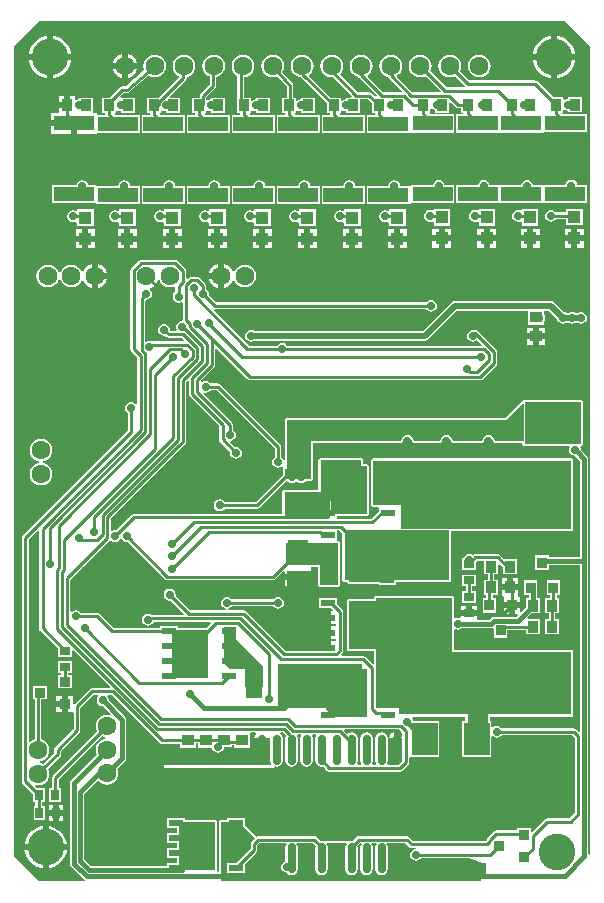
<source format=gbl>
G04 Layer_Physical_Order=2*
G04 Layer_Color=16711680*
%FSAX24Y24*%
%MOIN*%
G70*
G01*
G75*
%ADD10R,0.0354X0.0394*%
%ADD17R,0.0276X0.0354*%
%ADD18R,0.0354X0.0276*%
%ADD19R,0.0394X0.0354*%
%ADD27R,0.1063X0.0453*%
%ADD50R,0.0320X0.0360*%
%ADD52C,0.0100*%
%ADD53C,0.0150*%
%ADD60R,0.2400X0.2500*%
%ADD62C,0.1220*%
%ADD63C,0.0630*%
%ADD64C,0.0280*%
%ADD65C,0.0236*%
%ADD66R,0.0571X0.1102*%
%ADD67R,0.0669X0.0374*%
%ADD68R,0.0470X0.0220*%
%ADD69R,0.0850X0.1080*%
%ADD70R,0.1319X0.0492*%
%ADD71R,0.0433X0.0433*%
%ADD72O,0.0276X0.1024*%
%ADD73R,0.0360X0.0320*%
%ADD74C,0.0200*%
%ADD75R,0.2822X0.1469*%
%ADD76R,0.0600X0.1345*%
%ADD77R,0.0600X0.0800*%
%ADD78R,0.1728X0.0745*%
%ADD79R,0.0900X0.2645*%
%ADD80R,0.5772X0.2114*%
%ADD81R,0.2528X0.3669*%
%ADD82R,0.5672X0.0800*%
%ADD83R,0.3500X0.1700*%
%ADD84R,0.6600X0.1500*%
%ADD85R,0.1372X0.1200*%
%ADD86R,0.1500X0.0816*%
%ADD87R,0.0794X0.1662*%
%ADD88R,0.0700X0.1600*%
%ADD89R,0.1900X0.1400*%
%ADD90R,0.1200X0.1600*%
G36*
X049452Y045136D02*
X049452Y045136D01*
X049488Y045111D01*
X049531Y045103D01*
X050143D01*
Y044978D01*
X050657D01*
Y045118D01*
X050743D01*
Y044978D01*
X051200D01*
X051212Y044922D01*
X051256Y044856D01*
X051322Y044812D01*
X051400Y044796D01*
X051478Y044812D01*
X051544Y044856D01*
X051588Y044922D01*
X051602Y044993D01*
X051857D01*
Y045065D01*
X051943D01*
Y044978D01*
X052457D01*
Y045300D01*
D01*
Y045452D01*
X052491Y045488D01*
X052642D01*
X052666Y045438D01*
X052626Y045378D01*
X052611Y045300D01*
X053136D01*
X053148Y045285D01*
Y044537D01*
X053164Y044460D01*
X053174Y044444D01*
X053151Y044400D01*
X049600D01*
Y044300D01*
X053254D01*
X053287Y044348D01*
X053350Y044335D01*
X053427Y044351D01*
X053493Y044394D01*
X053536Y044460D01*
X053552Y044537D01*
Y045285D01*
Y045285D01*
X053536Y045362D01*
X053493Y045428D01*
X053477Y045438D01*
X053492Y045488D01*
X053554D01*
X053670Y045371D01*
X053664Y045362D01*
X053648Y045285D01*
Y044537D01*
X053664Y044460D01*
X053707Y044394D01*
X053773Y044351D01*
X053850Y044335D01*
X053927Y044351D01*
X053993Y044394D01*
X054036Y044460D01*
X054052Y044537D01*
Y045285D01*
Y045285D01*
X054036Y045362D01*
X054027Y045377D01*
X054050Y045421D01*
X054150D01*
X054173Y045377D01*
X054164Y045362D01*
X054148Y045285D01*
Y044537D01*
X054164Y044460D01*
X054207Y044394D01*
X054273Y044351D01*
X054350Y044335D01*
X054427Y044351D01*
X054493Y044394D01*
X054536Y044460D01*
X054552Y044537D01*
Y045285D01*
Y045285D01*
X054536Y045362D01*
X054527Y045377D01*
X054550Y045421D01*
X054650D01*
X054673Y045377D01*
X054664Y045362D01*
X054648Y045285D01*
Y044537D01*
X054664Y044460D01*
X054707Y044394D01*
X054773Y044351D01*
X054850Y044335D01*
X054897Y044345D01*
X054979Y044262D01*
X055031Y044210D01*
X055031Y044210D01*
X055068Y044186D01*
X055111Y044177D01*
X055111Y044177D01*
X057453D01*
X057453Y044177D01*
X057496Y044186D01*
X057532Y044210D01*
X057729Y044407D01*
X057729Y044407D01*
X057754Y044444D01*
X057762Y044487D01*
Y044627D01*
X057801Y044655D01*
X058771D01*
Y045855D01*
X057901D01*
X057888Y045919D01*
X057874Y045940D01*
X057901Y045990D01*
X059635D01*
Y045855D01*
X059541D01*
Y044655D01*
X060511D01*
Y045333D01*
X060538Y045347D01*
X060561Y045352D01*
X060622Y045312D01*
X060700Y045296D01*
X060778Y045312D01*
X060844Y045356D01*
X060866Y045388D01*
X063209D01*
X063298Y045299D01*
Y042801D01*
X063109Y042612D01*
X062370D01*
X062370Y042612D01*
X062327Y042604D01*
X062291Y042579D01*
X062291Y042579D01*
X061880Y042168D01*
X061834Y042188D01*
Y042294D01*
X061354D01*
Y042212D01*
X060664D01*
X060622Y042204D01*
X060585Y042179D01*
X060585Y042179D01*
X060391Y041985D01*
X060366Y041948D01*
X060358Y041906D01*
X060358Y041906D01*
Y041894D01*
X060321Y041857D01*
X057902D01*
X057822Y041936D01*
X057769Y041990D01*
X057732Y042014D01*
X057689Y042023D01*
X057689Y042023D01*
X056089D01*
X056089Y042023D01*
X056046Y042014D01*
X056009Y041990D01*
X055878Y041859D01*
X055850Y041865D01*
X055773Y041849D01*
X055768Y041846D01*
D01*
X055718Y041846D01*
X055703Y041852D01*
X055691Y041862D01*
X055681Y041861D01*
X055672Y041865D01*
X055028D01*
X055019Y041861D01*
X055009Y041862D01*
X054997Y041852D01*
X054982Y041846D01*
X054932Y041846D01*
D01*
X054927Y041849D01*
X054850Y041865D01*
X054822Y041859D01*
X054691Y041990D01*
X054654Y042014D01*
X054611Y042023D01*
X054611Y042023D01*
X052957D01*
X052957Y042023D01*
X052955Y042023D01*
X052953Y042023D01*
X052953Y042023D01*
X052747D01*
X052747Y042023D01*
X052704Y042014D01*
X052691Y042005D01*
X052685Y042007D01*
X052290Y042402D01*
Y042620D01*
X051700D01*
Y042565D01*
X051500D01*
X051454Y042546D01*
X051435Y042500D01*
Y042280D01*
X051435Y041300D01*
Y041200D01*
Y040853D01*
X051420Y040838D01*
X051362Y040846D01*
X051352Y040867D01*
X051365Y040900D01*
Y041300D01*
Y042500D01*
X051346Y042546D01*
X051300Y042565D01*
X050300D01*
Y042620D01*
X049710D01*
Y042280D01*
X050035D01*
Y042120D01*
X049710D01*
Y041780D01*
X050035D01*
Y041620D01*
X049710D01*
Y041300D01*
Y041280D01*
X050035D01*
Y041120D01*
X049710D01*
Y041028D01*
X049542D01*
X049542Y041028D01*
X049541Y041027D01*
X047167D01*
X046948Y041247D01*
Y043444D01*
X047369Y043866D01*
X047419Y043862D01*
X047433Y043845D01*
X047511Y043785D01*
X047602Y043747D01*
X047700Y043734D01*
X047798Y043747D01*
X047889Y043785D01*
X047967Y043845D01*
X048028Y043923D01*
X048065Y044015D01*
X048078Y044113D01*
X048065Y044210D01*
X048044Y044262D01*
X048297Y044515D01*
X048327Y044560D01*
X048338Y044613D01*
X048338Y044613D01*
Y045911D01*
X048327Y045963D01*
X048297Y046008D01*
X047758Y046547D01*
X047760Y046555D01*
X047744Y046633D01*
X047707Y046688D01*
X047725Y046738D01*
X047850D01*
X049452Y045136D01*
D02*
G37*
G36*
X050418Y057188D02*
Y056764D01*
X050418Y056764D01*
X050426Y056721D01*
X050451Y056685D01*
X051438Y055697D01*
Y055250D01*
X051438Y055250D01*
X051446Y055207D01*
X051471Y055171D01*
X051804Y054838D01*
X051796Y054800D01*
X051812Y054722D01*
X051856Y054656D01*
X051922Y054612D01*
X052000Y054596D01*
X052078Y054612D01*
X052144Y054656D01*
X052188Y054722D01*
X052204Y054800D01*
X052188Y054878D01*
X052144Y054944D01*
X052078Y054988D01*
X052000Y055004D01*
X051962Y054996D01*
X051811Y055147D01*
X051828Y055202D01*
X051878Y055212D01*
X051944Y055256D01*
X051988Y055322D01*
X052004Y055400D01*
X051988Y055478D01*
X051944Y055544D01*
X051912Y055566D01*
Y055720D01*
X051912Y055720D01*
X051904Y055763D01*
X051879Y055799D01*
X050917Y056762D01*
X050942Y056808D01*
X051000Y056796D01*
X051078Y056812D01*
X051144Y056856D01*
X051166Y056888D01*
X051354D01*
X053288Y054954D01*
Y054666D01*
X053256Y054644D01*
X053212Y054578D01*
X053196Y054500D01*
X053212Y054422D01*
X053256Y054356D01*
X053322Y054312D01*
X053400Y054296D01*
X053478Y054312D01*
X053518Y054338D01*
X053568Y054312D01*
Y054072D01*
X052663Y053167D01*
X051621D01*
X051600Y053199D01*
X051534Y053243D01*
X051456Y053259D01*
X051378Y053243D01*
X051312Y053199D01*
X051267Y053133D01*
X051252Y053055D01*
X051267Y052977D01*
X051312Y052911D01*
X051378Y052867D01*
X051456Y052851D01*
X051534Y052867D01*
X051600Y052911D01*
X051621Y052943D01*
X052709D01*
X052709Y052943D01*
X052752Y052951D01*
X052789Y052976D01*
X053663Y053850D01*
X053715Y053847D01*
X053718Y053842D01*
X053785Y053798D01*
X053863Y053782D01*
X053941Y053798D01*
X054007Y053842D01*
X054018D01*
X054085Y053798D01*
X054163Y053782D01*
X054241Y053798D01*
X054307Y053842D01*
X054316Y053855D01*
X054357D01*
Y053873D01*
X054500D01*
X054546Y053892D01*
X054565Y053938D01*
Y055135D01*
X057511D01*
X057529Y055142D01*
X057547Y055146D01*
X057551Y055152D01*
X057557Y055154D01*
X057564Y055172D01*
X057575Y055187D01*
X057588Y055253D01*
X057618Y055297D01*
X057662Y055327D01*
X057715Y055338D01*
X057768Y055327D01*
X057812Y055297D01*
X057842Y055253D01*
X057855Y055187D01*
X057866Y055172D01*
X057873Y055154D01*
X057879Y055152D01*
X057883Y055146D01*
X057901Y055142D01*
X057919Y055135D01*
X058811D01*
X058829Y055142D01*
X058847Y055146D01*
X058851Y055152D01*
X058857Y055154D01*
X058864Y055172D01*
X058875Y055187D01*
X058888Y055253D01*
X058918Y055297D01*
X058962Y055327D01*
X059015Y055338D01*
X059068Y055327D01*
X059112Y055297D01*
X059142Y055253D01*
X059155Y055187D01*
X059166Y055172D01*
X059173Y055154D01*
X059179Y055152D01*
X059183Y055146D01*
X059201Y055142D01*
X059219Y055135D01*
X060211D01*
X060229Y055142D01*
X060247Y055146D01*
X060251Y055152D01*
X060257Y055154D01*
X060264Y055172D01*
X060275Y055187D01*
X060288Y055253D01*
X060318Y055297D01*
X060362Y055327D01*
X060415Y055338D01*
X060468Y055327D01*
X060512Y055297D01*
X060542Y055253D01*
X060555Y055187D01*
X060566Y055172D01*
X060573Y055154D01*
X060579Y055152D01*
X060583Y055146D01*
X060601Y055142D01*
X060619Y055135D01*
X061535D01*
Y055100D01*
X061554Y055054D01*
X061600Y055035D01*
X063097D01*
X063120Y054991D01*
X063112Y054978D01*
X063096Y054900D01*
X063112Y054822D01*
X063121Y054808D01*
X063123Y054797D01*
X063153Y054753D01*
X063197Y054723D01*
X063208Y054721D01*
X063222Y054712D01*
X063300Y054696D01*
X063308Y054698D01*
X063462Y054543D01*
Y051322D01*
X062417D01*
Y051379D01*
X061977D01*
Y050899D01*
X062417D01*
Y051046D01*
X063462D01*
Y045517D01*
X063416Y045498D01*
X063335Y045579D01*
X063298Y045604D01*
X063256Y045612D01*
X063256Y045612D01*
X060866D01*
X060844Y045644D01*
X060778Y045688D01*
X060700Y045704D01*
X060622Y045688D01*
X060561Y045648D01*
X060538Y045653D01*
X060511Y045667D01*
Y045855D01*
X060465D01*
Y045990D01*
X063172D01*
X063218Y046009D01*
X063237Y046055D01*
Y048169D01*
X063218Y048215D01*
X063172Y048234D01*
X059265D01*
Y048897D01*
X059309Y048920D01*
X059322Y048912D01*
X059400Y048896D01*
X059478Y048912D01*
X059544Y048956D01*
X059549Y048962D01*
X060506D01*
X060547Y048971D01*
X060597Y048943D01*
Y048640D01*
X061037D01*
Y048893D01*
X061665D01*
Y048748D01*
X062139D01*
Y049262D01*
X061724D01*
X061703Y049312D01*
X061840Y049448D01*
X062139D01*
Y049962D01*
X062040D01*
Y050220D01*
X062037Y050234D01*
Y050545D01*
X061597D01*
Y050065D01*
X061764D01*
Y049962D01*
X061665D01*
Y049663D01*
X061503Y049501D01*
X061457Y049520D01*
Y049614D01*
X061297D01*
Y049434D01*
X061371D01*
X061390Y049388D01*
X061340Y049338D01*
X060606D01*
X060553Y049327D01*
X060509Y049297D01*
X060509Y049297D01*
X060449Y049238D01*
X060040D01*
Y049345D01*
X059485D01*
Y049338D01*
X059435Y049297D01*
X059400Y049304D01*
X059322Y049288D01*
X059309Y049280D01*
X059265Y049303D01*
Y049969D01*
X059246Y050015D01*
X059200Y050034D01*
X056672D01*
X056626Y050015D01*
X056607Y049969D01*
Y049920D01*
X055756D01*
X055710Y049901D01*
X055691Y049855D01*
Y048255D01*
X055710Y048209D01*
X055756Y048190D01*
X056607D01*
Y047769D01*
X056557Y047748D01*
X056301Y048004D01*
X056265Y048028D01*
X056222Y048037D01*
X056222Y048037D01*
X055517D01*
X055498Y048083D01*
X055535Y048120D01*
X055535Y048120D01*
X055559Y048156D01*
X055568Y048199D01*
X055568Y048199D01*
Y049507D01*
X055559Y049550D01*
X055535Y049587D01*
X055535Y049587D01*
X055356Y049766D01*
Y049975D01*
X054766D01*
Y049635D01*
X055170D01*
X055243Y049561D01*
X055224Y049515D01*
X055161D01*
Y049305D01*
Y049095D01*
X055344D01*
Y049015D01*
X055161D01*
Y048805D01*
Y048595D01*
X055344D01*
Y048515D01*
X055161D01*
Y048305D01*
X055061D01*
Y048205D01*
X054726D01*
Y048197D01*
X053662D01*
X052339Y049520D01*
X052303Y049544D01*
X052260Y049552D01*
X052260Y049552D01*
X051737D01*
X051732Y049602D01*
X051778Y049612D01*
X051844Y049656D01*
X051866Y049688D01*
X053234D01*
X053256Y049656D01*
X053322Y049612D01*
X053400Y049596D01*
X053478Y049612D01*
X053544Y049656D01*
X053588Y049722D01*
X053604Y049800D01*
X053588Y049878D01*
X053544Y049944D01*
X053478Y049988D01*
X053400Y050004D01*
X053322Y049988D01*
X053256Y049944D01*
X053234Y049912D01*
X051866D01*
X051844Y049944D01*
X051778Y049988D01*
X051700Y050004D01*
X051622Y049988D01*
X051556Y049944D01*
X051512Y049878D01*
X051496Y049800D01*
X051512Y049722D01*
X051556Y049656D01*
X051622Y049612D01*
X051668Y049602D01*
X051663Y049552D01*
X050469D01*
X049990Y050032D01*
X049997Y050069D01*
X049982Y050147D01*
X049937Y050214D01*
X049871Y050258D01*
X049793Y050273D01*
X049715Y050258D01*
X049649Y050214D01*
X049605Y050147D01*
X049589Y050069D01*
X049605Y049991D01*
X049649Y049925D01*
X049715Y049881D01*
X049793Y049865D01*
X049831Y049873D01*
X050265Y049439D01*
X050246Y049392D01*
X049193D01*
X049141Y049427D01*
X049063Y049443D01*
X048985Y049427D01*
X048918Y049383D01*
X048874Y049317D01*
X048859Y049239D01*
X048874Y049161D01*
X048918Y049095D01*
X048985Y049050D01*
X049063Y049035D01*
X049141Y049050D01*
X049207Y049095D01*
X049251Y049161D01*
X049252Y049168D01*
X051144D01*
X051163Y049122D01*
X051011Y048970D01*
X050061D01*
Y049025D01*
X049471D01*
Y048967D01*
X047928D01*
X047461Y049434D01*
X047425Y049459D01*
X047382Y049467D01*
X047382Y049467D01*
X046821D01*
X046800Y049499D01*
X046734Y049543D01*
X046656Y049559D01*
X046578Y049543D01*
X046521Y049506D01*
X046471Y049522D01*
Y050569D01*
X047768Y051865D01*
X047814Y051878D01*
X047837Y051867D01*
X047885Y051835D01*
X047963Y051820D01*
X048041Y051835D01*
X048107Y051880D01*
X048133Y051918D01*
X048193D01*
X048218Y051880D01*
X048285Y051835D01*
X048363Y051820D01*
X048400Y051827D01*
X049633Y050595D01*
X049633Y050595D01*
X049670Y050570D01*
X049713Y050562D01*
X053236D01*
X053236Y050562D01*
X053279Y050570D01*
X053315Y050595D01*
X053582Y050861D01*
X053628Y050842D01*
Y050754D01*
X054497D01*
Y050941D01*
X054497D01*
X054500Y050990D01*
X054735D01*
Y050400D01*
X054754Y050354D01*
X054800Y050335D01*
X055400D01*
X055446Y050354D01*
X055465Y050400D01*
Y051200D01*
X055465Y051200D01*
Y051800D01*
X055446Y051846D01*
X055400Y051865D01*
X055393D01*
X055351Y051885D01*
Y052212D01*
X055440D01*
X055542Y052110D01*
Y050555D01*
X055561Y050509D01*
X055607Y050490D01*
X055692D01*
X055705Y050459D01*
X055751Y050440D01*
X056751D01*
Y050385D01*
X057341D01*
Y050490D01*
X059107D01*
X059153Y050509D01*
X059172Y050555D01*
Y052190D01*
X063172D01*
X063218Y052209D01*
X063237Y052255D01*
Y053055D01*
X063237Y053055D01*
Y054555D01*
X063218Y054601D01*
X063172Y054620D01*
X056572D01*
X056526Y054601D01*
X056507Y054555D01*
Y053055D01*
X056526Y053009D01*
X056572Y052990D01*
X056712D01*
X056756Y052975D01*
Y052851D01*
X056501Y052596D01*
X055383D01*
X055356Y052635D01*
Y052690D01*
X056356D01*
X056402Y052709D01*
X056421Y052755D01*
Y054355D01*
X056402Y054401D01*
X056356Y054420D01*
X056237D01*
Y054555D01*
X056218Y054601D01*
X056172Y054620D01*
X054800D01*
X054754Y054601D01*
X054735Y054555D01*
Y053565D01*
X053607D01*
X053561Y053546D01*
X053542Y053500D01*
Y052772D01*
X048599D01*
X048599Y052772D01*
X048556Y052764D01*
X048520Y052740D01*
X048520Y052740D01*
X048000Y052220D01*
X047963Y052228D01*
X047885Y052212D01*
X047869Y052202D01*
X047825Y052225D01*
Y052620D01*
X050163Y054958D01*
X050182Y054971D01*
X050299Y055088D01*
X050299Y055088D01*
X050324Y055125D01*
X050332Y055167D01*
Y057167D01*
X050372Y057207D01*
X050418Y057188D01*
D02*
G37*
G36*
X063121Y069021D02*
X063121Y069021D01*
X063788Y068354D01*
Y041400D01*
X063788Y041400D01*
X063738Y041427D01*
Y054600D01*
X063727Y054653D01*
X063697Y054697D01*
X063697Y054697D01*
X063502Y054892D01*
X063504Y054900D01*
X063488Y054978D01*
X063481Y054989D01*
X063508Y055038D01*
X063546Y055054D01*
X063565Y055100D01*
Y056500D01*
X063546Y056546D01*
X063500Y056565D01*
X061600D01*
X061554Y056546D01*
X061541Y056514D01*
X061529D01*
X061520Y056505D01*
X061508Y056500D01*
X060973Y055965D01*
X056235D01*
X056229Y055962D01*
X056222Y055964D01*
X056215Y055962D01*
X056208Y055964D01*
X056201Y055962D01*
X056195Y055965D01*
X053700D01*
X053654Y055946D01*
X053635Y055900D01*
Y055200D01*
X053641Y055187D01*
Y054572D01*
X053591Y054567D01*
X053588Y054578D01*
X053544Y054644D01*
X053512Y054666D01*
Y055000D01*
X053512Y055000D01*
X053504Y055043D01*
X053479Y055079D01*
X053479Y055079D01*
X051479Y057079D01*
X051443Y057104D01*
X051400Y057112D01*
X051400Y057112D01*
X051166D01*
X051144Y057144D01*
X051078Y057188D01*
X051000Y057204D01*
X050922Y057188D01*
X050877Y057158D01*
X050823Y057178D01*
X050818Y057201D01*
X051269Y057652D01*
X051269Y057652D01*
X051294Y057688D01*
X051302Y057731D01*
X051302Y057731D01*
Y058274D01*
X051348Y058293D01*
X052381Y057261D01*
X052381Y057261D01*
X052417Y057236D01*
X052460Y057228D01*
X052460Y057228D01*
X060145D01*
X060145Y057228D01*
X060188Y057236D01*
X060225Y057261D01*
X060665Y057701D01*
X060665Y057701D01*
X060689Y057737D01*
X060698Y057780D01*
X060698Y057780D01*
Y058170D01*
X060689Y058213D01*
X060665Y058249D01*
X060665Y058249D01*
X060035Y058879D01*
X059998Y058904D01*
X059955Y058912D01*
X059913Y058904D01*
X059910Y058902D01*
X059900Y058904D01*
X059822Y058888D01*
X059756Y058844D01*
X059712Y058778D01*
X059696Y058700D01*
X059712Y058622D01*
X059756Y058556D01*
X059822Y058512D01*
X059900Y058496D01*
X059978Y058512D01*
X060042Y058555D01*
X060188Y058408D01*
X060169Y058362D01*
X053714D01*
X053682Y058410D01*
X053616Y058454D01*
X053538Y058470D01*
X053460Y058454D01*
X053394Y058410D01*
X053372Y058378D01*
X052427D01*
X051260Y059545D01*
X051285Y059591D01*
X051300Y059588D01*
X058334D01*
X058356Y059556D01*
X058422Y059512D01*
X058500Y059496D01*
X058578Y059512D01*
X058644Y059556D01*
X058688Y059622D01*
X058704Y059700D01*
X058688Y059778D01*
X058644Y059844D01*
X058578Y059888D01*
X058500Y059904D01*
X058422Y059888D01*
X058356Y059844D01*
X058334Y059812D01*
X051346D01*
X051096Y060062D01*
X051104Y060100D01*
X051088Y060178D01*
X051044Y060244D01*
X051012Y060266D01*
Y060354D01*
X051012Y060354D01*
X051004Y060396D01*
X050979Y060433D01*
X050783Y060629D01*
X050746Y060654D01*
X050704Y060662D01*
X050704Y060662D01*
X050496D01*
X050496Y060662D01*
X050454Y060654D01*
X050417Y060629D01*
X050383Y060596D01*
X050337Y060615D01*
Y060876D01*
X050337Y060876D01*
X050329Y060919D01*
X050304Y060955D01*
X050304Y060955D01*
X050055Y061204D01*
X050019Y061229D01*
X049976Y061237D01*
X049976Y061237D01*
X048837D01*
X048837Y061237D01*
X048794Y061229D01*
X048757Y061204D01*
X048757Y061204D01*
X048508Y060955D01*
X048484Y060919D01*
X048475Y060876D01*
X048475Y060876D01*
Y058265D01*
X048475Y058265D01*
X048484Y058222D01*
X048508Y058186D01*
X048708Y057986D01*
Y056439D01*
X048658Y056424D01*
X048644Y056444D01*
X048578Y056488D01*
X048500Y056504D01*
X048422Y056488D01*
X048356Y056444D01*
X048312Y056378D01*
X048296Y056300D01*
X048312Y056222D01*
X048356Y056156D01*
X048388Y056134D01*
Y055546D01*
X044896Y052054D01*
X044871Y052018D01*
X044863Y051975D01*
X044863Y051975D01*
Y043849D01*
X044863Y043849D01*
X044871Y043806D01*
X044896Y043770D01*
X045227Y043439D01*
Y043163D01*
X045312D01*
Y043037D01*
X045251D01*
Y042563D01*
X045647D01*
Y043037D01*
X045537D01*
Y043163D01*
X045622D01*
Y043637D01*
X045346D01*
X045298Y043685D01*
X045322Y043732D01*
X045400Y043722D01*
X045498Y043735D01*
X045589Y043772D01*
X045667Y043833D01*
X045728Y043911D01*
X045765Y044002D01*
X045778Y044100D01*
X045765Y044198D01*
X045733Y044275D01*
X046129Y044671D01*
X046129Y044671D01*
X046154Y044707D01*
X046162Y044750D01*
Y044857D01*
X046779Y045474D01*
X046779Y045474D01*
X046804Y045511D01*
X046812Y045554D01*
X046812Y045554D01*
Y046307D01*
X047243Y046738D01*
X047386D01*
X047404Y046688D01*
X047367Y046633D01*
X047352Y046555D01*
X047367Y046477D01*
X047412Y046411D01*
X047478Y046367D01*
X047556Y046351D01*
X047563Y046353D01*
X047817Y046099D01*
X047803Y046066D01*
X047792Y046054D01*
X047700Y046066D01*
X047602Y046053D01*
X047511Y046015D01*
X047433Y045955D01*
X047372Y045877D01*
X047335Y045785D01*
X047322Y045687D01*
X047335Y045590D01*
X047367Y045513D01*
X045896Y044042D01*
X045872Y044006D01*
X045863Y043963D01*
X045863Y043963D01*
Y043637D01*
X045778D01*
Y043163D01*
X046173D01*
Y043637D01*
X046088D01*
Y043917D01*
X047525Y045354D01*
X047602Y045322D01*
X047626Y045319D01*
Y045268D01*
X047602Y045265D01*
X047511Y045228D01*
X047433Y045167D01*
X047372Y045089D01*
X047335Y044998D01*
X047322Y044900D01*
X047335Y044802D01*
X047356Y044751D01*
X046503Y043897D01*
X046473Y043853D01*
X046462Y043800D01*
Y041103D01*
X046473Y041050D01*
X046503Y041006D01*
X046926Y040582D01*
X046956Y040562D01*
X046941Y040512D01*
X045446D01*
X044612Y041346D01*
Y068354D01*
X045446Y069188D01*
X062954D01*
X063121Y069021D01*
D02*
G37*
G36*
X045438Y052209D02*
Y048950D01*
X045438Y048950D01*
X045446Y048907D01*
X045471Y048871D01*
X046063Y048279D01*
Y048002D01*
X046537D01*
Y048211D01*
X046583Y048230D01*
X047805Y047008D01*
X047786Y046962D01*
X047196D01*
X047196Y046962D01*
X047154Y046954D01*
X047117Y046929D01*
X046624Y046436D01*
X046611Y046437D01*
X046574Y046453D01*
Y046680D01*
X046394D01*
Y046420D01*
Y046160D01*
X046574D01*
X046588Y046116D01*
Y045600D01*
X045971Y044983D01*
X045946Y044946D01*
X045938Y044904D01*
X045938Y044904D01*
Y044796D01*
X045575Y044433D01*
X045498Y044465D01*
X045474Y044468D01*
Y044519D01*
X045498Y044522D01*
X045589Y044560D01*
X045667Y044620D01*
X045728Y044698D01*
X045765Y044790D01*
X045778Y044887D01*
X045765Y044985D01*
X045728Y045077D01*
X045667Y045155D01*
X045589Y045215D01*
X045512Y045247D01*
Y046580D01*
X045700D01*
Y047020D01*
X045220D01*
Y046580D01*
X045288D01*
Y045247D01*
X045211Y045215D01*
X045137Y045158D01*
X045099Y045166D01*
X045087Y045170D01*
Y051929D01*
X045388Y052229D01*
X045438Y052209D01*
D02*
G37*
G36*
X057492Y045536D02*
X057461Y045497D01*
X057450Y045504D01*
Y045300D01*
X057538D01*
Y044533D01*
X057406Y044401D01*
X057050D01*
X057027Y044445D01*
X057036Y044460D01*
X057052Y044537D01*
Y045285D01*
Y045285D01*
X057036Y045362D01*
X056993Y045428D01*
X056927Y045471D01*
X056850Y045487D01*
X056773Y045471D01*
X056707Y045428D01*
X056664Y045362D01*
X056648Y045285D01*
Y044537D01*
X056664Y044460D01*
X056673Y044445D01*
X056650Y044401D01*
X056550D01*
X056527Y044445D01*
X056536Y044460D01*
X056552Y044537D01*
Y045285D01*
X056536Y045362D01*
X056493Y045428D01*
X056427Y045471D01*
X056350Y045487D01*
X056273Y045471D01*
X056207Y045428D01*
X056164Y045362D01*
X056148Y045285D01*
Y044537D01*
X056164Y044460D01*
X056173Y044445D01*
X056150Y044401D01*
X056050D01*
X056027Y044445D01*
X056036Y044460D01*
X056052Y044537D01*
Y045285D01*
X056036Y045362D01*
X055993Y045428D01*
X055927Y045471D01*
X055850Y045487D01*
X055773Y045471D01*
X055713Y045431D01*
X055610Y045534D01*
X055629Y045581D01*
X057448D01*
X057492Y045536D01*
D02*
G37*
G36*
X052000Y048600D02*
X052300Y048300D01*
X052900Y047700D01*
Y047000D01*
X052300D01*
Y047600D01*
X051800D01*
X051600Y047800D01*
Y049000D01*
X052000D01*
X052000Y048600D01*
D02*
G37*
G36*
X061600Y056435D02*
Y055200D01*
X060619D01*
X060603Y055278D01*
X060559Y055344D01*
X060493Y055388D01*
X060415Y055404D01*
X060337Y055388D01*
X060271Y055344D01*
X060227Y055278D01*
X060211Y055200D01*
X059219D01*
X059203Y055278D01*
X059159Y055344D01*
X059093Y055388D01*
X059015Y055404D01*
X058937Y055388D01*
X058871Y055344D01*
X058827Y055278D01*
X058811Y055200D01*
X057919D01*
X057903Y055278D01*
X057859Y055344D01*
X057793Y055388D01*
X057715Y055404D01*
X057637Y055388D01*
X057571Y055344D01*
X057527Y055278D01*
X057511Y055200D01*
X053700D01*
Y055900D01*
X056195D01*
X056215Y055896D01*
X056235Y055900D01*
X061000D01*
X061554Y056454D01*
X061600Y056435D01*
D02*
G37*
G36*
X052639Y041961D02*
X052523Y041845D01*
X052499Y041809D01*
X052490Y041766D01*
X052490Y041766D01*
Y041603D01*
X052008Y041120D01*
X051700D01*
Y040780D01*
X052290D01*
Y041086D01*
X052682Y041477D01*
X052682Y041477D01*
X052706Y041513D01*
X052714Y041556D01*
Y041719D01*
X052794Y041799D01*
X052944D01*
X052955Y041797D01*
X052965Y041799D01*
X053671D01*
X053685Y041772D01*
X053664Y041740D01*
X053648Y041663D01*
Y041194D01*
X053622Y041188D01*
X053556Y041144D01*
X053512Y041078D01*
X053496Y041000D01*
X053512Y040922D01*
X053556Y040856D01*
X053622Y040812D01*
X053690Y040798D01*
X053707Y040772D01*
X053773Y040729D01*
X053850Y040713D01*
X053927Y040729D01*
X053993Y040772D01*
X054036Y040838D01*
X054052Y040915D01*
Y041663D01*
X054036Y041740D01*
X054015Y041772D01*
X054029Y041799D01*
X054565D01*
X054657Y041706D01*
X054648Y041663D01*
Y040915D01*
X054664Y040838D01*
X054707Y040772D01*
X054773Y040729D01*
X054850Y040713D01*
X054927Y040729D01*
X054993Y040772D01*
X055036Y040838D01*
X055052Y040915D01*
Y041663D01*
X055036Y041740D01*
X055014Y041774D01*
X055028Y041800D01*
X055672D01*
X055686Y041774D01*
X055664Y041740D01*
X055648Y041663D01*
Y040915D01*
X055664Y040838D01*
X055707Y040772D01*
X055773Y040729D01*
X055850Y040713D01*
X055927Y040729D01*
X055993Y040772D01*
X056036Y040838D01*
X056052Y040915D01*
Y041663D01*
X056043Y041706D01*
X056135Y041799D01*
X056171D01*
X056185Y041772D01*
X056164Y041740D01*
X056148Y041663D01*
Y040915D01*
X056164Y040838D01*
X056207Y040772D01*
X056273Y040729D01*
X056350Y040713D01*
X056427Y040729D01*
X056493Y040772D01*
X056536Y040838D01*
X056552Y040915D01*
Y041663D01*
X056536Y041740D01*
X056515Y041772D01*
X056529Y041799D01*
X056671D01*
X056685Y041772D01*
X056664Y041740D01*
X056648Y041663D01*
Y040915D01*
X056664Y040838D01*
X056707Y040772D01*
X056773Y040729D01*
X056850Y040713D01*
X056927Y040729D01*
X056993Y040772D01*
X057036Y040838D01*
X057052Y040915D01*
Y041663D01*
X057036Y041740D01*
X057015Y041772D01*
X057029Y041799D01*
X057643D01*
X057776Y041665D01*
X057776Y041665D01*
X057812Y041641D01*
X057855Y041633D01*
X057855Y041633D01*
X057990D01*
X057993Y041603D01*
X057922Y041588D01*
X057856Y041544D01*
X057812Y041478D01*
X057796Y041400D01*
X057812Y041322D01*
X057856Y041256D01*
X057922Y041212D01*
X058000Y041196D01*
X058078Y041212D01*
X058144Y041256D01*
X058166Y041288D01*
X059756D01*
X060300Y041100D01*
X060171Y040512D01*
X051500D01*
Y041200D01*
X051500Y042500D01*
X052100Y042500D01*
X052639Y041961D01*
D02*
G37*
G36*
X049472Y060511D02*
X049533Y060433D01*
X049611Y060372D01*
X049702Y060335D01*
X049800Y060322D01*
X049898Y060335D01*
X049936Y060351D01*
X049978Y060323D01*
Y060173D01*
X049946Y060152D01*
X049902Y060086D01*
X049886Y060008D01*
X049902Y059930D01*
X049946Y059864D01*
X050012Y059819D01*
X050090Y059804D01*
X050168Y059819D01*
X050184Y059830D01*
X050228Y059806D01*
Y059249D01*
X050201Y059206D01*
X050180Y059200D01*
X050122Y059188D01*
X050056Y059144D01*
X050012Y059078D01*
X049996Y059000D01*
X050012Y058922D01*
X050018Y058912D01*
X050012Y058892D01*
X049988Y058862D01*
X049847D01*
X049804Y058900D01*
X049788Y058978D01*
X049744Y059044D01*
X049678Y059088D01*
X049600Y059104D01*
X049522Y059088D01*
X049456Y059044D01*
X049412Y058978D01*
X049396Y058900D01*
X049412Y058822D01*
X049456Y058756D01*
X049522Y058712D01*
X049600Y058696D01*
X049638Y058704D01*
X049671Y058671D01*
X049707Y058646D01*
X049750Y058638D01*
X049750Y058638D01*
X050197D01*
X050267Y058568D01*
X050248Y058522D01*
X049177D01*
X049175Y058522D01*
X049100Y058537D01*
X049022Y058521D01*
X049006Y058511D01*
X048962Y058534D01*
Y059853D01*
X049000Y059896D01*
X049078Y059912D01*
X049144Y059956D01*
X049188Y060022D01*
X049204Y060100D01*
X049188Y060178D01*
X049144Y060244D01*
X049136Y060249D01*
X049143Y060305D01*
X049222Y060338D01*
X049309Y060404D01*
X049375Y060491D01*
X049401Y060553D01*
X049455D01*
X049472Y060511D01*
D02*
G37*
%LPC*%
G36*
X062791Y050545D02*
X062351D01*
Y050065D01*
X062459D01*
Y049962D01*
X062295D01*
Y049448D01*
X062420D01*
Y049262D01*
X062295D01*
Y048748D01*
X062769D01*
Y049262D01*
X062644D01*
Y049448D01*
X062769D01*
Y049962D01*
X062683D01*
Y050065D01*
X062791D01*
Y050545D01*
D02*
G37*
G36*
X054961Y048705D02*
X054726D01*
Y048595D01*
X054961D01*
Y048705D01*
D02*
G37*
G36*
Y048515D02*
X054726D01*
Y048405D01*
X054961D01*
Y048515D01*
D02*
G37*
G36*
Y049015D02*
X054726D01*
Y048905D01*
X054961D01*
Y049015D01*
D02*
G37*
G36*
X061409Y050617D02*
X061232D01*
Y050420D01*
X061409D01*
Y050617D01*
D02*
G37*
G36*
X061032D02*
X060855D01*
Y050420D01*
X061032D01*
Y050617D01*
D02*
G37*
G36*
X054497Y050554D02*
X054163D01*
Y050367D01*
X054497D01*
Y050554D01*
D02*
G37*
G36*
X059763Y051428D02*
X059685Y051412D01*
X059618Y051368D01*
X059574Y051302D01*
X059573Y051294D01*
X059525D01*
Y050898D01*
X060000D01*
Y051174D01*
X060025Y051200D01*
X060265D01*
Y050748D01*
X060390D01*
Y050577D01*
X060265D01*
Y050063D01*
X060331D01*
Y049954D01*
X060223D01*
Y049474D01*
X060663D01*
Y049954D01*
X060555D01*
Y050063D01*
X060739D01*
Y050577D01*
X060614D01*
Y050748D01*
X060739D01*
Y051074D01*
X060785Y051093D01*
X060895Y050983D01*
Y050748D01*
X061369D01*
Y051262D01*
X060933D01*
X060804Y051391D01*
X060768Y051416D01*
X060725Y051424D01*
X060725Y051424D01*
X059979D01*
X059979Y051424D01*
X059936Y051416D01*
X059900Y051391D01*
X059889Y051380D01*
X059841Y051412D01*
X059763Y051428D01*
D02*
G37*
G36*
X053963Y050554D02*
X053628D01*
Y050367D01*
X053963D01*
Y050554D01*
D02*
G37*
G36*
X061097Y049614D02*
X060937D01*
Y049434D01*
X061097D01*
Y049614D01*
D02*
G37*
G36*
X054961Y049515D02*
X054726D01*
Y049405D01*
X054961D01*
Y049515D01*
D02*
G37*
G36*
Y049205D02*
X054726D01*
Y049095D01*
X054961D01*
Y049205D01*
D02*
G37*
G36*
X059663Y049682D02*
X059485D01*
Y049545D01*
X059663D01*
Y049682D01*
D02*
G37*
G36*
X061409Y050220D02*
X061132D01*
X060855D01*
Y050023D01*
X060899D01*
X060937Y049994D01*
X060937Y049973D01*
Y049814D01*
X061457D01*
Y049994D01*
X061447D01*
X061409Y050023D01*
X061409Y050044D01*
Y050220D01*
D02*
G37*
G36*
X059763Y050748D02*
X059732Y050742D01*
X059525D01*
Y050347D01*
X059650D01*
Y050194D01*
X059525D01*
Y049798D01*
X060000D01*
Y050194D01*
X059875D01*
Y050347D01*
X060000D01*
Y050742D01*
X059793D01*
X059763Y050748D01*
D02*
G37*
G36*
X060040Y049682D02*
X059863D01*
Y049545D01*
X060040D01*
Y049682D01*
D02*
G37*
G36*
X046875Y061831D02*
X046658D01*
Y061614D01*
X046875D01*
Y061831D01*
D02*
G37*
G36*
X051400Y061105D02*
X051392Y061104D01*
X051291Y061062D01*
X051204Y060996D01*
X051137Y060909D01*
X051096Y060808D01*
X051095Y060800D01*
X051400D01*
Y061105D01*
D02*
G37*
G36*
X048275Y061831D02*
X048058D01*
Y061614D01*
X048275D01*
Y061831D01*
D02*
G37*
G36*
X047200Y061105D02*
X047192Y061104D01*
X047091Y061062D01*
X047004Y060996D01*
X046937Y060909D01*
X046912Y060847D01*
X046858D01*
X046840Y060889D01*
X046780Y060967D01*
X046702Y061028D01*
X046610Y061065D01*
X046513Y061078D01*
X046415Y061065D01*
X046323Y061028D01*
X046245Y060967D01*
X046185Y060889D01*
X046147Y060798D01*
X046144Y060774D01*
X046094D01*
X046091Y060798D01*
X046053Y060889D01*
X045993Y060967D01*
X045914Y061028D01*
X045823Y061065D01*
X045725Y061078D01*
X045627Y061065D01*
X045536Y061028D01*
X045458Y060967D01*
X045398Y060889D01*
X045360Y060798D01*
X045347Y060700D01*
X045360Y060602D01*
X045398Y060511D01*
X045458Y060433D01*
X045536Y060372D01*
X045627Y060335D01*
X045725Y060322D01*
X045823Y060335D01*
X045914Y060372D01*
X045993Y060433D01*
X046053Y060511D01*
X046091Y060602D01*
X046094Y060626D01*
X046144D01*
X046147Y060602D01*
X046185Y060511D01*
X046245Y060433D01*
X046323Y060372D01*
X046415Y060335D01*
X046513Y060322D01*
X046610Y060335D01*
X046702Y060372D01*
X046780Y060433D01*
X046840Y060511D01*
X046858Y060553D01*
X046912D01*
X046937Y060491D01*
X047004Y060404D01*
X047091Y060338D01*
X047192Y060296D01*
X047200Y060295D01*
Y060700D01*
Y061105D01*
D02*
G37*
G36*
X047292Y061831D02*
X047075D01*
Y061614D01*
X047292D01*
Y061831D01*
D02*
G37*
G36*
X059300Y059863D02*
X059238Y059851D01*
X059185Y059815D01*
X058232Y058863D01*
X052616D01*
X052578Y058888D01*
X052500Y058904D01*
X052422Y058888D01*
X052356Y058844D01*
X052312Y058778D01*
X052296Y058700D01*
X052312Y058622D01*
X052356Y058556D01*
X052422Y058512D01*
X052500Y058496D01*
X052578Y058512D01*
X052616Y058537D01*
X058300D01*
X058362Y058549D01*
X058415Y058585D01*
X059368Y059537D01*
X061743D01*
Y059078D01*
X062257D01*
Y059175D01*
X062288Y059222D01*
X062304Y059300D01*
X062288Y059378D01*
X062257Y059425D01*
Y059537D01*
X062432D01*
X062703Y059267D01*
X062712Y059222D01*
X062756Y059156D01*
X062822Y059112D01*
X062900Y059096D01*
X062978Y059112D01*
X063016Y059137D01*
X063084D01*
X063122Y059112D01*
X063200Y059096D01*
X063278Y059112D01*
X063316Y059137D01*
X063384D01*
X063422Y059112D01*
X063500Y059096D01*
X063578Y059112D01*
X063644Y059156D01*
X063688Y059222D01*
X063704Y059300D01*
X063688Y059378D01*
X063644Y059444D01*
X063578Y059488D01*
X063500Y059504D01*
X063422Y059488D01*
X063384Y059463D01*
X063316D01*
X063278Y059488D01*
X063200Y059504D01*
X063122Y059488D01*
X063084Y059463D01*
X063016D01*
X062978Y059488D01*
X062933Y059497D01*
X062615Y059815D01*
X062562Y059851D01*
X062500Y059863D01*
X059300D01*
X059300Y059863D01*
D02*
G37*
G36*
X062297Y058962D02*
X062100D01*
Y058785D01*
X062297D01*
Y058962D01*
D02*
G37*
G36*
X061900D02*
X061703D01*
Y058785D01*
X061900D01*
Y058962D01*
D02*
G37*
G36*
X047705Y060600D02*
X047400D01*
Y060295D01*
X047408Y060296D01*
X047509Y060338D01*
X047596Y060404D01*
X047663Y060491D01*
X047704Y060592D01*
X047705Y060600D01*
D02*
G37*
G36*
X047400Y061105D02*
Y060800D01*
X047705D01*
X047704Y060808D01*
X047663Y060909D01*
X047596Y060996D01*
X047509Y061062D01*
X047408Y061104D01*
X047400Y061105D01*
D02*
G37*
G36*
X051600D02*
Y060700D01*
Y060295D01*
X051608Y060296D01*
X051709Y060338D01*
X051796Y060404D01*
X051863Y060491D01*
X051888Y060553D01*
X051942D01*
X051960Y060511D01*
X052020Y060433D01*
X052098Y060372D01*
X052189Y060335D01*
X052287Y060322D01*
X052385Y060335D01*
X052477Y060372D01*
X052555Y060433D01*
X052615Y060511D01*
X052653Y060602D01*
X052666Y060700D01*
X052653Y060798D01*
X052615Y060889D01*
X052555Y060967D01*
X052477Y061028D01*
X052385Y061065D01*
X052287Y061078D01*
X052189Y061065D01*
X052098Y061028D01*
X052020Y060967D01*
X051960Y060889D01*
X051942Y060847D01*
X051888D01*
X051863Y060909D01*
X051796Y060996D01*
X051709Y061062D01*
X051608Y061104D01*
X051600Y061105D01*
D02*
G37*
G36*
X051400Y060600D02*
X051095D01*
X051096Y060592D01*
X051137Y060491D01*
X051204Y060404D01*
X051291Y060338D01*
X051392Y060296D01*
X051400Y060295D01*
Y060600D01*
D02*
G37*
G36*
X048692Y061831D02*
X048475D01*
Y061614D01*
X048692D01*
Y061831D01*
D02*
G37*
G36*
X057275D02*
X057058D01*
Y061614D01*
X057275D01*
Y061831D01*
D02*
G37*
G36*
X057691D02*
X057475D01*
Y061614D01*
X057691D01*
Y061831D01*
D02*
G37*
G36*
X055775D02*
X055558D01*
Y061614D01*
X055775D01*
Y061831D01*
D02*
G37*
G36*
X056192D02*
X055975D01*
Y061614D01*
X056192D01*
Y061831D01*
D02*
G37*
G36*
X060260Y061846D02*
X060043D01*
Y061629D01*
X060260D01*
Y061846D01*
D02*
G37*
G36*
X060677D02*
X060460D01*
Y061629D01*
X060677D01*
Y061846D01*
D02*
G37*
G36*
X058760D02*
X058543D01*
Y061629D01*
X058760D01*
Y061846D01*
D02*
G37*
G36*
X059177D02*
X058960D01*
Y061629D01*
X059177D01*
Y061846D01*
D02*
G37*
G36*
X051275Y061831D02*
X051058D01*
Y061614D01*
X051275D01*
Y061831D01*
D02*
G37*
G36*
X051691D02*
X051475D01*
Y061614D01*
X051691D01*
Y061831D01*
D02*
G37*
G36*
X049775D02*
X049558D01*
Y061614D01*
X049775D01*
Y061831D01*
D02*
G37*
G36*
X050191D02*
X049975D01*
Y061614D01*
X050191D01*
Y061831D01*
D02*
G37*
G36*
X054275D02*
X054058D01*
Y061614D01*
X054275D01*
Y061831D01*
D02*
G37*
G36*
X054692D02*
X054475D01*
Y061614D01*
X054692D01*
Y061831D01*
D02*
G37*
G36*
X052775D02*
X052558D01*
Y061614D01*
X052775D01*
Y061831D01*
D02*
G37*
G36*
X053191D02*
X052975D01*
Y061614D01*
X053191D01*
Y061831D01*
D02*
G37*
G36*
X046238Y043077D02*
X046100D01*
Y042900D01*
X046238D01*
Y043077D01*
D02*
G37*
G36*
X045550Y042354D02*
X045511Y042350D01*
X045377Y042309D01*
X045254Y042243D01*
X045145Y042155D01*
X045057Y042046D01*
X044991Y041923D01*
X044950Y041789D01*
X044946Y041750D01*
X045550D01*
Y042354D01*
D02*
G37*
G36*
X046354Y041550D02*
X045750D01*
Y040946D01*
X045789Y040950D01*
X045923Y040991D01*
X046047Y041057D01*
X046155Y041145D01*
X046243Y041253D01*
X046309Y041377D01*
X046350Y041511D01*
X046354Y041550D01*
D02*
G37*
G36*
X045550D02*
X044946D01*
X044950Y041511D01*
X044991Y041377D01*
X045057Y041253D01*
X045145Y041145D01*
X045254Y041057D01*
X045377Y040991D01*
X045511Y040950D01*
X045550Y040946D01*
Y041550D01*
D02*
G37*
G36*
X045750Y042354D02*
Y041750D01*
X046354D01*
X046350Y041789D01*
X046309Y041923D01*
X046243Y042046D01*
X046155Y042155D01*
X046047Y042243D01*
X045923Y042309D01*
X045789Y042350D01*
X045750Y042354D01*
D02*
G37*
G36*
X045900Y043077D02*
X045762D01*
Y042900D01*
X045900D01*
Y043077D01*
D02*
G37*
G36*
X046238Y042700D02*
X046100D01*
Y042523D01*
X046238D01*
Y042700D01*
D02*
G37*
G36*
X045900D02*
X045762D01*
Y042523D01*
X045900D01*
Y042700D01*
D02*
G37*
G36*
X062297Y058585D02*
X062100D01*
Y058408D01*
X062297D01*
Y058585D01*
D02*
G37*
G36*
X061900D02*
X061703D01*
Y058408D01*
X061900D01*
Y058585D01*
D02*
G37*
G36*
X045500Y055266D02*
X045402Y055253D01*
X045311Y055215D01*
X045233Y055155D01*
X045172Y055077D01*
X045135Y054985D01*
X045122Y054887D01*
X045135Y054790D01*
X045172Y054698D01*
X045233Y054620D01*
X045311Y054560D01*
X045402Y054522D01*
X045426Y054519D01*
Y054468D01*
X045402Y054465D01*
X045311Y054428D01*
X045233Y054367D01*
X045172Y054289D01*
X045135Y054198D01*
X045122Y054100D01*
X045135Y054002D01*
X045172Y053911D01*
X045233Y053833D01*
X045311Y053772D01*
X045402Y053735D01*
X045500Y053722D01*
X045598Y053735D01*
X045689Y053772D01*
X045767Y053833D01*
X045828Y053911D01*
X045865Y054002D01*
X045878Y054100D01*
X045865Y054198D01*
X045828Y054289D01*
X045767Y054367D01*
X045689Y054428D01*
X045598Y054465D01*
X045574Y054468D01*
Y054519D01*
X045598Y054522D01*
X045689Y054560D01*
X045767Y054620D01*
X045828Y054698D01*
X045865Y054790D01*
X045878Y054887D01*
X045865Y054985D01*
X045828Y055077D01*
X045767Y055155D01*
X045689Y055215D01*
X045598Y055253D01*
X045500Y055266D01*
D02*
G37*
G36*
X058760Y063904D02*
X058682Y063888D01*
X058616Y063844D01*
X058572Y063778D01*
X058561Y063725D01*
X057841D01*
Y063719D01*
X057794Y063710D01*
X057791Y063710D01*
X057474D01*
X057463Y063763D01*
X057419Y063829D01*
X057353Y063873D01*
X057275Y063889D01*
X057197Y063873D01*
X057131Y063829D01*
X057087Y063763D01*
X057076Y063710D01*
X056356D01*
Y063098D01*
X057794D01*
Y063104D01*
X057841Y063113D01*
X057844Y063113D01*
X059279D01*
Y063725D01*
X058959D01*
X058948Y063778D01*
X058904Y063844D01*
X058838Y063888D01*
X058760Y063904D01*
D02*
G37*
G36*
X063180Y063910D02*
X063102Y063895D01*
X063036Y063850D01*
X062992Y063784D01*
X062981Y063731D01*
X062267D01*
X062261Y063731D01*
X062213Y063725D01*
X061899D01*
X061888Y063778D01*
X061844Y063844D01*
X061778Y063888D01*
X061700Y063904D01*
X061622Y063888D01*
X061556Y063844D01*
X061512Y063778D01*
X061501Y063725D01*
X060829D01*
X060781Y063725D01*
X060731Y063725D01*
X060459D01*
X060448Y063778D01*
X060404Y063844D01*
X060338Y063888D01*
X060260Y063904D01*
X060182Y063888D01*
X060116Y063844D01*
X060072Y063778D01*
X060061Y063725D01*
X059341D01*
Y063113D01*
X060731D01*
X060779Y063113D01*
X060829Y063113D01*
X062213D01*
X062219Y063113D01*
X062267Y063119D01*
X063699D01*
Y063731D01*
X063379D01*
X063368Y063784D01*
X063324Y063850D01*
X063258Y063895D01*
X063180Y063910D01*
D02*
G37*
G36*
X055775Y063889D02*
X055697Y063873D01*
X055631Y063829D01*
X055587Y063763D01*
X055576Y063710D01*
X054856D01*
Y063098D01*
X056294D01*
Y063710D01*
X055974D01*
X055963Y063763D01*
X055919Y063829D01*
X055853Y063873D01*
X055775Y063889D01*
D02*
G37*
G36*
X048275D02*
X048197Y063873D01*
X048131Y063829D01*
X048087Y063763D01*
X048076Y063710D01*
X047363Y063710D01*
X047319Y063725D01*
X047312Y063725D01*
X047071D01*
X047063Y063763D01*
X047019Y063829D01*
X046953Y063873D01*
X046875Y063889D01*
X046797Y063873D01*
X046731Y063829D01*
X046687Y063763D01*
X046679Y063725D01*
X045881D01*
Y063113D01*
X047312Y063113D01*
X047356Y063098D01*
X047363Y063098D01*
X048794D01*
Y063710D01*
X048474D01*
X048463Y063763D01*
X048419Y063829D01*
X048353Y063873D01*
X048275Y063889D01*
D02*
G37*
G36*
X051253Y068078D02*
X051155Y068065D01*
X051064Y068028D01*
X050985Y067967D01*
X050925Y067889D01*
X050887Y067798D01*
X050875Y067700D01*
X050887Y067602D01*
X050925Y067511D01*
X050985Y067433D01*
X051064Y067372D01*
X051124Y067347D01*
Y067083D01*
X050821Y066779D01*
X050796Y066743D01*
X050788Y066700D01*
X050788Y066700D01*
Y066642D01*
X050523D01*
Y066128D01*
X050648D01*
Y066072D01*
X050356D01*
Y065460D01*
X051794D01*
Y066072D01*
X050954D01*
X050950Y066078D01*
X050977Y066128D01*
X050997D01*
Y066208D01*
X051047Y066230D01*
X051097Y066197D01*
X051153Y066186D01*
Y066128D01*
X051627D01*
Y066642D01*
X051153D01*
Y066585D01*
X051097Y066573D01*
X051062Y066550D01*
X051012Y066577D01*
Y066654D01*
X051316Y066957D01*
X051316Y066957D01*
X051340Y066993D01*
X051349Y067036D01*
X051349Y067036D01*
Y067334D01*
X051351Y067335D01*
X051442Y067372D01*
X051520Y067433D01*
X051580Y067511D01*
X051618Y067602D01*
X051631Y067700D01*
X051618Y067798D01*
X051580Y067889D01*
X051520Y067967D01*
X051442Y068028D01*
X051351Y068065D01*
X051253Y068078D01*
D02*
G37*
G36*
X052237D02*
X052139Y068065D01*
X052048Y068028D01*
X051970Y067967D01*
X051909Y067889D01*
X051872Y067798D01*
X051859Y067700D01*
X051872Y067602D01*
X051909Y067511D01*
X051970Y067433D01*
X052041Y067378D01*
Y066642D01*
X052023D01*
Y066128D01*
X052148D01*
Y066072D01*
X051856D01*
Y065460D01*
X053294D01*
Y066072D01*
X052454D01*
X052450Y066078D01*
X052477Y066128D01*
X052497D01*
Y066208D01*
X052547Y066230D01*
X052597Y066197D01*
X052653Y066186D01*
Y066128D01*
X053127D01*
Y066642D01*
X052653D01*
Y066585D01*
X052597Y066573D01*
X052547Y066540D01*
X052497Y066562D01*
Y066642D01*
X052284D01*
X052265Y066661D01*
Y067325D01*
X052335Y067335D01*
X052426Y067372D01*
X052504Y067433D01*
X052565Y067511D01*
X052602Y067602D01*
X052615Y067700D01*
X052602Y067798D01*
X052565Y067889D01*
X052504Y067967D01*
X052426Y068028D01*
X052335Y068065D01*
X052237Y068078D01*
D02*
G37*
G36*
X046500Y065681D02*
X045841D01*
Y065435D01*
X046500D01*
Y065681D01*
D02*
G37*
G36*
X050269Y068078D02*
X050171Y068065D01*
X050079Y068028D01*
X050001Y067967D01*
X049941Y067889D01*
X049903Y067798D01*
X049890Y067700D01*
X049903Y067602D01*
X049941Y067511D01*
X050001Y067433D01*
X050079Y067372D01*
X050088Y067369D01*
X050098Y067320D01*
X049420Y066642D01*
X049023D01*
Y066128D01*
X049148D01*
Y066072D01*
X048856D01*
Y065460D01*
X050294D01*
Y066072D01*
X049454D01*
X049450Y066078D01*
X049477Y066128D01*
X049497D01*
Y066208D01*
X049547Y066230D01*
X049597Y066197D01*
X049653Y066186D01*
Y066128D01*
X050127D01*
Y066642D01*
X049802D01*
X049783Y066688D01*
X050321Y067226D01*
X050321Y067226D01*
X050346Y067263D01*
X050354Y067306D01*
Y067333D01*
X050366Y067335D01*
X050458Y067372D01*
X050536Y067433D01*
X050596Y067511D01*
X050634Y067602D01*
X050647Y067700D01*
X050634Y067798D01*
X050596Y067889D01*
X050536Y067967D01*
X050458Y068028D01*
X050366Y068065D01*
X050269Y068078D01*
D02*
G37*
G36*
X054275Y063889D02*
X054197Y063873D01*
X054131Y063829D01*
X054087Y063763D01*
X054076Y063710D01*
X053356D01*
Y063098D01*
X054794D01*
Y063710D01*
X054474D01*
X054463Y063763D01*
X054419Y063829D01*
X054353Y063873D01*
X054275Y063889D01*
D02*
G37*
G36*
X059137Y062931D02*
X058583D01*
Y062911D01*
X058546Y062891D01*
X058533Y062889D01*
X058460Y062904D01*
X058382Y062888D01*
X058316Y062844D01*
X058272Y062778D01*
X058256Y062700D01*
X058272Y062622D01*
X058316Y062556D01*
X058382Y062512D01*
X058460Y062496D01*
X058533Y062511D01*
X058546Y062509D01*
X058583Y062489D01*
Y062378D01*
X059137D01*
Y062931D01*
D02*
G37*
G36*
X060637Y062931D02*
X060083D01*
Y062911D01*
X060046Y062891D01*
X060033Y062889D01*
X059960Y062904D01*
X059882Y062888D01*
X059816Y062844D01*
X059772Y062778D01*
X059756Y062700D01*
X059772Y062622D01*
X059816Y062556D01*
X059882Y062512D01*
X059960Y062496D01*
X060033Y062511D01*
X060046Y062509D01*
X060083Y062489D01*
Y062378D01*
X060637D01*
Y062931D01*
D02*
G37*
G36*
X056151Y062916D02*
X055598D01*
Y062896D01*
X055561Y062876D01*
X055548Y062874D01*
X055475Y062889D01*
X055397Y062873D01*
X055331Y062829D01*
X055287Y062763D01*
X055271Y062685D01*
X055287Y062607D01*
X055331Y062541D01*
X055397Y062497D01*
X055475Y062481D01*
X055548Y062496D01*
X055561Y062494D01*
X055598Y062474D01*
Y062363D01*
X056151D01*
Y062916D01*
D02*
G37*
G36*
X057652D02*
X057098D01*
Y062896D01*
X057061Y062876D01*
X057048Y062874D01*
X056975Y062889D01*
X056897Y062873D01*
X056831Y062829D01*
X056787Y062763D01*
X056771Y062685D01*
X056787Y062607D01*
X056831Y062541D01*
X056897Y062497D01*
X056975Y062481D01*
X057048Y062496D01*
X057061Y062494D01*
X057098Y062474D01*
Y062363D01*
X057652D01*
Y062916D01*
D02*
G37*
G36*
X051275Y063889D02*
X051197Y063873D01*
X051131Y063829D01*
X051087Y063763D01*
X051076Y063710D01*
X050356D01*
Y063098D01*
X051794D01*
Y063710D01*
X051474D01*
X051463Y063763D01*
X051419Y063829D01*
X051353Y063873D01*
X051275Y063889D01*
D02*
G37*
G36*
X052775D02*
X052697Y063873D01*
X052631Y063829D01*
X052587Y063763D01*
X052576Y063710D01*
X051856D01*
Y063098D01*
X053294D01*
Y063710D01*
X052974D01*
X052963Y063763D01*
X052919Y063829D01*
X052853Y063873D01*
X052775Y063889D01*
D02*
G37*
G36*
X062077Y062931D02*
X061523D01*
Y062911D01*
X061486Y062891D01*
X061473Y062889D01*
X061400Y062904D01*
X061322Y062888D01*
X061256Y062844D01*
X061212Y062778D01*
X061196Y062700D01*
X061212Y062622D01*
X061256Y062556D01*
X061322Y062512D01*
X061400Y062496D01*
X061473Y062511D01*
X061486Y062509D01*
X061523Y062489D01*
Y062378D01*
X062077D01*
Y062931D01*
D02*
G37*
G36*
X049775Y063889D02*
X049697Y063873D01*
X049631Y063829D01*
X049587Y063763D01*
X049576Y063710D01*
X048856D01*
Y063098D01*
X050294D01*
Y063710D01*
X049974D01*
X049963Y063763D01*
X049919Y063829D01*
X049853Y063873D01*
X049775Y063889D01*
D02*
G37*
G36*
X048200Y068105D02*
X048192Y068104D01*
X048091Y068063D01*
X048004Y067996D01*
X047937Y067909D01*
X047896Y067808D01*
X047895Y067800D01*
X048200D01*
Y068105D01*
D02*
G37*
G36*
X048400D02*
Y067800D01*
X048705D01*
X048704Y067808D01*
X048663Y067909D01*
X048596Y067996D01*
X048509Y068063D01*
X048408Y068104D01*
X048400Y068105D01*
D02*
G37*
G36*
X049284Y068078D02*
X049186Y068065D01*
X049095Y068028D01*
X049017Y067967D01*
X048957Y067889D01*
X048919Y067798D01*
X048906Y067700D01*
X048919Y067602D01*
X048941Y067550D01*
X048323Y067012D01*
X048200D01*
X048200Y067012D01*
X048157Y067004D01*
X048121Y066979D01*
X047783Y066642D01*
X047523D01*
Y066128D01*
X047648D01*
Y066072D01*
X047359D01*
Y066127D01*
X047277D01*
X047227Y066128D01*
Y066642D01*
X046753D01*
Y066585D01*
X046697Y066573D01*
X046681Y066563D01*
X046637Y066587D01*
Y066682D01*
X046460D01*
Y066385D01*
X046360D01*
Y066285D01*
X046083D01*
Y066127D01*
X045841D01*
Y065881D01*
X046600D01*
Y065781D01*
X046700D01*
Y065435D01*
X047359D01*
Y065460D01*
X048794D01*
Y066072D01*
X047954D01*
X047950Y066078D01*
X047977Y066128D01*
X047997D01*
Y066208D01*
X048047Y066230D01*
X048097Y066197D01*
X048153Y066186D01*
Y066128D01*
X048627D01*
Y066642D01*
X048199D01*
X048171Y066642D01*
X048149Y066690D01*
X048246Y066788D01*
X048365D01*
X048383Y066791D01*
X048401Y066794D01*
X048404Y066796D01*
X048408Y066796D01*
X048423Y066806D01*
X048439Y066815D01*
X049086Y067379D01*
X049095Y067372D01*
X049186Y067335D01*
X049284Y067322D01*
X049382Y067335D01*
X049473Y067372D01*
X049552Y067433D01*
X049612Y067511D01*
X049650Y067602D01*
X049662Y067700D01*
X049650Y067798D01*
X049612Y067889D01*
X049552Y067967D01*
X049473Y068028D01*
X049382Y068065D01*
X049284Y068078D01*
D02*
G37*
G36*
X060111D02*
X060013Y068065D01*
X059922Y068028D01*
X059844Y067967D01*
X059783Y067889D01*
X059746Y067798D01*
X059733Y067700D01*
X059746Y067602D01*
X059783Y067511D01*
X059844Y067433D01*
X059922Y067372D01*
X060013Y067335D01*
X060111Y067322D01*
X060209Y067335D01*
X060300Y067372D01*
X060378Y067433D01*
X060439Y067511D01*
X060476Y067602D01*
X060489Y067700D01*
X060476Y067798D01*
X060439Y067889D01*
X060378Y067967D01*
X060300Y068028D01*
X060209Y068065D01*
X060111Y068078D01*
D02*
G37*
G36*
X062500Y068704D02*
X062461Y068700D01*
X062327Y068659D01*
X062203Y068593D01*
X062095Y068505D01*
X062007Y068397D01*
X061941Y068273D01*
X061900Y068139D01*
X061896Y068100D01*
X062500D01*
Y068704D01*
D02*
G37*
G36*
X062700D02*
Y068100D01*
X063304D01*
X063300Y068139D01*
X063259Y068273D01*
X063193Y068397D01*
X063105Y068505D01*
X062997Y068593D01*
X062873Y068659D01*
X062739Y068700D01*
X062700Y068704D01*
D02*
G37*
G36*
X045700D02*
X045661Y068700D01*
X045527Y068659D01*
X045403Y068593D01*
X045295Y068505D01*
X045207Y068397D01*
X045141Y068273D01*
X045100Y068139D01*
X045096Y068100D01*
X045700D01*
Y068704D01*
D02*
G37*
G36*
X045900D02*
Y068100D01*
X046504D01*
X046500Y068139D01*
X046459Y068273D01*
X046393Y068397D01*
X046305Y068505D01*
X046196Y068593D01*
X046073Y068659D01*
X045939Y068700D01*
X045900Y068704D01*
D02*
G37*
G36*
X063304Y067900D02*
X062700D01*
Y067296D01*
X062739Y067300D01*
X062873Y067341D01*
X062997Y067407D01*
X063105Y067495D01*
X063193Y067604D01*
X063259Y067727D01*
X063300Y067861D01*
X063304Y067900D01*
D02*
G37*
G36*
X059127Y068078D02*
X059029Y068065D01*
X058938Y068028D01*
X058859Y067967D01*
X058799Y067889D01*
X058761Y067798D01*
X058749Y067700D01*
X058761Y067602D01*
X058799Y067511D01*
X058859Y067433D01*
X058938Y067372D01*
X059029Y067335D01*
X059127Y067322D01*
X059225Y067335D01*
X059302Y067367D01*
X059639Y067029D01*
X059632Y066997D01*
X059620Y066979D01*
X059022D01*
X058476Y067525D01*
X058508Y067602D01*
X058521Y067700D01*
X058508Y067798D01*
X058470Y067889D01*
X058410Y067967D01*
X058332Y068028D01*
X058240Y068065D01*
X058143Y068078D01*
X058045Y068065D01*
X057953Y068028D01*
X057875Y067967D01*
X057815Y067889D01*
X057777Y067798D01*
X057764Y067700D01*
X057777Y067602D01*
X057815Y067511D01*
X057875Y067433D01*
X057953Y067372D01*
X058045Y067335D01*
X058143Y067322D01*
X058240Y067335D01*
X058317Y067367D01*
X058819Y066865D01*
X058800Y066819D01*
X057877D01*
X057367Y067330D01*
X057374Y067393D01*
X057426Y067433D01*
X057486Y067511D01*
X057524Y067602D01*
X057537Y067700D01*
X057524Y067798D01*
X057486Y067889D01*
X057426Y067967D01*
X057347Y068028D01*
X057256Y068065D01*
X057158Y068078D01*
X057060Y068065D01*
X056969Y068028D01*
X056891Y067967D01*
X056831Y067889D01*
X056793Y067798D01*
X056780Y067700D01*
X056793Y067602D01*
X056831Y067511D01*
X056891Y067433D01*
X056969Y067372D01*
X057055Y067337D01*
X057055Y067337D01*
X057079Y067300D01*
X057521Y066858D01*
X057502Y066812D01*
X056903D01*
X056385Y067330D01*
X056392Y067394D01*
X056441Y067433D01*
X056502Y067511D01*
X056539Y067602D01*
X056552Y067700D01*
X056539Y067798D01*
X056502Y067889D01*
X056441Y067967D01*
X056363Y068028D01*
X056272Y068065D01*
X056174Y068078D01*
X056076Y068065D01*
X055985Y068028D01*
X055907Y067967D01*
X055846Y067889D01*
X055809Y067798D01*
X055796Y067700D01*
X055809Y067602D01*
X055846Y067511D01*
X055907Y067433D01*
X055985Y067372D01*
X056073Y067336D01*
X056095Y067304D01*
X056684Y066715D01*
X056666Y066662D01*
X056645Y066659D01*
X056524Y066779D01*
X056488Y066804D01*
X056445Y066812D01*
X056445Y066812D01*
X056053D01*
X055456Y067410D01*
X055457Y067433D01*
X055517Y067511D01*
X055555Y067602D01*
X055568Y067700D01*
X055555Y067798D01*
X055517Y067889D01*
X055457Y067967D01*
X055379Y068028D01*
X055288Y068065D01*
X055190Y068078D01*
X055092Y068065D01*
X055001Y068028D01*
X054922Y067967D01*
X054862Y067889D01*
X054824Y067798D01*
X054812Y067700D01*
X054824Y067602D01*
X054862Y067511D01*
X054922Y067433D01*
X055001Y067372D01*
X055092Y067335D01*
X055190Y067322D01*
X055222Y067326D01*
X055860Y066688D01*
X055841Y066642D01*
X055653D01*
Y066585D01*
X055597Y066573D01*
X055547Y066540D01*
X055497Y066562D01*
Y066642D01*
X055162D01*
X054442Y067362D01*
X054445Y067411D01*
X054473Y067433D01*
X054533Y067511D01*
X054571Y067602D01*
X054584Y067700D01*
X054571Y067798D01*
X054533Y067889D01*
X054473Y067967D01*
X054395Y068028D01*
X054303Y068065D01*
X054206Y068078D01*
X054108Y068065D01*
X054016Y068028D01*
X053938Y067967D01*
X053878Y067889D01*
X053840Y067798D01*
X053827Y067700D01*
X053840Y067602D01*
X053878Y067511D01*
X053938Y067433D01*
X054016Y067372D01*
X054108Y067335D01*
X054158Y067328D01*
X055023Y066464D01*
Y066128D01*
X055148D01*
Y066072D01*
X054856D01*
Y065460D01*
X056294D01*
Y066072D01*
X055454D01*
X055450Y066078D01*
X055477Y066128D01*
X055497D01*
Y066208D01*
X055547Y066230D01*
X055597Y066197D01*
X055653Y066186D01*
Y066128D01*
X056127D01*
Y066588D01*
X056399D01*
X056523Y066464D01*
Y066128D01*
X056648D01*
Y066072D01*
X056356D01*
Y065460D01*
X057794D01*
Y065466D01*
X057841Y065475D01*
Y065475D01*
X059279D01*
Y066087D01*
X058458D01*
X058454Y066093D01*
X058481Y066143D01*
X058482D01*
Y066276D01*
X058532Y066291D01*
X058556Y066256D01*
X058622Y066212D01*
X058638Y066208D01*
Y066143D01*
X059112D01*
Y066460D01*
X059158Y066479D01*
X059317Y066321D01*
X059317Y066321D01*
X059353Y066296D01*
X059396Y066288D01*
X059508D01*
Y066143D01*
X059572D01*
X059592Y066093D01*
X059587Y066087D01*
X059341D01*
Y065475D01*
X060779D01*
Y065475D01*
X060781D01*
Y065475D01*
X062213D01*
X062219Y065475D01*
X062267Y065481D01*
X063699D01*
Y066093D01*
X062878D01*
X062874Y066099D01*
X062901Y066149D01*
X062902D01*
Y066229D01*
X062952Y066251D01*
X063002Y066218D01*
X063058Y066207D01*
Y066149D01*
X063532D01*
Y066663D01*
X063058D01*
Y066606D01*
X063002Y066595D01*
X062952Y066561D01*
X062902Y066583D01*
Y066663D01*
X062567D01*
X062051Y067179D01*
X062014Y067204D01*
X061971Y067212D01*
X061971Y067212D01*
X059773D01*
X059460Y067525D01*
X059492Y067602D01*
X059505Y067700D01*
X059492Y067798D01*
X059454Y067889D01*
X059394Y067967D01*
X059316Y068028D01*
X059225Y068065D01*
X059127Y068078D01*
D02*
G37*
G36*
X048200Y067600D02*
X047895D01*
X047896Y067592D01*
X047937Y067491D01*
X048004Y067404D01*
X048091Y067337D01*
X048192Y067296D01*
X048200Y067295D01*
Y067600D01*
D02*
G37*
G36*
X053221Y068078D02*
X053123Y068065D01*
X053032Y068028D01*
X052954Y067967D01*
X052894Y067889D01*
X052856Y067798D01*
X052843Y067700D01*
X052856Y067602D01*
X052894Y067511D01*
X052954Y067433D01*
X053032Y067372D01*
X053123Y067335D01*
X053221Y067322D01*
X053319Y067335D01*
X053372Y067357D01*
X053688Y066995D01*
Y066642D01*
X053523D01*
Y066128D01*
X053648D01*
Y066072D01*
X053356D01*
Y065460D01*
X054794D01*
Y066072D01*
X053954D01*
X053950Y066078D01*
X053977Y066128D01*
X053997D01*
Y066208D01*
X054047Y066230D01*
X054097Y066197D01*
X054153Y066186D01*
Y066128D01*
X054627D01*
Y066642D01*
X054153D01*
Y066585D01*
X054097Y066573D01*
X054047Y066540D01*
X053997Y066562D01*
Y066642D01*
X053912D01*
Y067037D01*
X053909Y067055D01*
X053906Y067073D01*
X053904Y067076D01*
X053904Y067080D01*
X053894Y067095D01*
X053884Y067111D01*
X053542Y067503D01*
X053549Y067511D01*
X053587Y067602D01*
X053600Y067700D01*
X053587Y067798D01*
X053549Y067889D01*
X053489Y067967D01*
X053410Y068028D01*
X053319Y068065D01*
X053221Y068078D01*
D02*
G37*
G36*
X046260Y066682D02*
X046083D01*
Y066485D01*
X046260D01*
Y066682D01*
D02*
G37*
G36*
X046504Y067900D02*
X045900D01*
Y067296D01*
X045939Y067300D01*
X046073Y067341D01*
X046196Y067407D01*
X046305Y067495D01*
X046393Y067604D01*
X046459Y067727D01*
X046500Y067861D01*
X046504Y067900D01*
D02*
G37*
G36*
X062500D02*
X061896D01*
X061900Y067861D01*
X061941Y067727D01*
X062007Y067604D01*
X062095Y067495D01*
X062203Y067407D01*
X062327Y067341D01*
X062461Y067300D01*
X062500Y067296D01*
Y067900D01*
D02*
G37*
G36*
X048705Y067600D02*
X048400D01*
Y067295D01*
X048408Y067296D01*
X048509Y067337D01*
X048596Y067404D01*
X048663Y067491D01*
X048704Y067592D01*
X048705Y067600D01*
D02*
G37*
G36*
X045700Y067900D02*
X045096D01*
X045100Y067861D01*
X045141Y067727D01*
X045207Y067604D01*
X045295Y067495D01*
X045403Y067407D01*
X045527Y067341D01*
X045661Y067300D01*
X045700Y067296D01*
Y067900D01*
D02*
G37*
G36*
X054651Y062916D02*
X054098D01*
Y062896D01*
X054061Y062876D01*
X054048Y062874D01*
X053975Y062889D01*
X053897Y062873D01*
X053831Y062829D01*
X053787Y062763D01*
X053771Y062685D01*
X053787Y062607D01*
X053831Y062541D01*
X053897Y062497D01*
X053975Y062481D01*
X054048Y062496D01*
X054061Y062494D01*
X054098Y062474D01*
Y062363D01*
X054651D01*
Y062916D01*
D02*
G37*
G36*
X057275Y062247D02*
X057058D01*
Y062031D01*
X057275D01*
Y062247D01*
D02*
G37*
G36*
X048692D02*
X048475D01*
Y062031D01*
X048692D01*
Y062247D01*
D02*
G37*
G36*
X052775D02*
X052558D01*
Y062031D01*
X052775D01*
Y062247D01*
D02*
G37*
G36*
X054275D02*
X054058D01*
Y062031D01*
X054275D01*
Y062247D01*
D02*
G37*
G36*
X050191D02*
X049975D01*
Y062031D01*
X050191D01*
Y062247D01*
D02*
G37*
G36*
X051691D02*
X051475D01*
Y062031D01*
X051691D01*
Y062247D01*
D02*
G37*
G36*
X056192D02*
X055975D01*
Y062031D01*
X056192D01*
Y062247D01*
D02*
G37*
G36*
X047292D02*
X047075D01*
Y062031D01*
X047292D01*
Y062247D01*
D02*
G37*
G36*
X051275D02*
X051058D01*
Y062031D01*
X051275D01*
Y062247D01*
D02*
G37*
G36*
X063180Y061852D02*
X062963D01*
Y061635D01*
X063180D01*
Y061852D01*
D02*
G37*
G36*
X063597D02*
X063380D01*
Y061635D01*
X063597D01*
Y061852D01*
D02*
G37*
G36*
X061700Y061846D02*
X061483D01*
Y061629D01*
X061700D01*
Y061846D01*
D02*
G37*
G36*
X062117D02*
X061900D01*
Y061629D01*
X062117D01*
Y061846D01*
D02*
G37*
G36*
X046875Y062247D02*
X046658D01*
Y062031D01*
X046875D01*
Y062247D01*
D02*
G37*
G36*
X049775D02*
X049558D01*
Y062031D01*
X049775D01*
Y062247D01*
D02*
G37*
G36*
X048275D02*
X048058D01*
Y062031D01*
X048275D01*
Y062247D01*
D02*
G37*
G36*
X055775D02*
X055558D01*
Y062031D01*
X055775D01*
Y062247D01*
D02*
G37*
G36*
X063557Y062937D02*
X063003D01*
Y062818D01*
X062661D01*
X062644Y062844D01*
X062578Y062888D01*
X062500Y062904D01*
X062422Y062888D01*
X062356Y062844D01*
X062312Y062778D01*
X062296Y062700D01*
X062312Y062622D01*
X062356Y062556D01*
X062422Y062512D01*
X062500Y062496D01*
X062578Y062512D01*
X062644Y062556D01*
X062670Y062594D01*
X063003D01*
Y062384D01*
X063557D01*
Y062937D01*
D02*
G37*
G36*
X047252Y062916D02*
X046698D01*
Y062896D01*
X046661Y062876D01*
X046648Y062874D01*
X046575Y062889D01*
X046497Y062873D01*
X046431Y062829D01*
X046387Y062763D01*
X046371Y062685D01*
X046387Y062607D01*
X046431Y062541D01*
X046497Y062497D01*
X046575Y062481D01*
X046648Y062496D01*
X046661Y062494D01*
X046698Y062474D01*
Y062363D01*
X047252D01*
Y062916D01*
D02*
G37*
G36*
X063180Y062269D02*
X062963D01*
Y062052D01*
X063180D01*
Y062269D01*
D02*
G37*
G36*
X063597D02*
X063380D01*
Y062052D01*
X063597D01*
Y062269D01*
D02*
G37*
G36*
X051652Y062916D02*
X051098D01*
Y062896D01*
X051061Y062876D01*
X051048Y062874D01*
X050975Y062889D01*
X050897Y062873D01*
X050831Y062829D01*
X050787Y062763D01*
X050771Y062685D01*
X050787Y062607D01*
X050831Y062541D01*
X050897Y062497D01*
X050975Y062481D01*
X051048Y062496D01*
X051061Y062494D01*
X051098Y062474D01*
Y062363D01*
X051652D01*
Y062916D01*
D02*
G37*
G36*
X053151D02*
X052598D01*
Y062896D01*
X052561Y062876D01*
X052548Y062874D01*
X052475Y062889D01*
X052397Y062873D01*
X052331Y062829D01*
X052287Y062763D01*
X052271Y062685D01*
X052287Y062607D01*
X052331Y062541D01*
X052397Y062497D01*
X052475Y062481D01*
X052548Y062496D01*
X052561Y062494D01*
X052598Y062474D01*
Y062363D01*
X053151D01*
Y062916D01*
D02*
G37*
G36*
X048651D02*
X048098D01*
Y062896D01*
X048061Y062876D01*
X048048Y062874D01*
X047975Y062889D01*
X047897Y062873D01*
X047831Y062829D01*
X047787Y062763D01*
X047771Y062685D01*
X047787Y062607D01*
X047831Y062541D01*
X047897Y062497D01*
X047975Y062481D01*
X048048Y062496D01*
X048061Y062494D01*
X048098Y062474D01*
Y062363D01*
X048651D01*
Y062916D01*
D02*
G37*
G36*
X050152D02*
X049598D01*
Y062896D01*
X049561Y062876D01*
X049548Y062874D01*
X049475Y062889D01*
X049397Y062873D01*
X049331Y062829D01*
X049287Y062763D01*
X049271Y062685D01*
X049287Y062607D01*
X049331Y062541D01*
X049397Y062497D01*
X049475Y062481D01*
X049548Y062496D01*
X049561Y062494D01*
X049598Y062474D01*
Y062363D01*
X050152D01*
Y062916D01*
D02*
G37*
G36*
X062117Y062262D02*
X061900D01*
Y062046D01*
X062117D01*
Y062262D01*
D02*
G37*
G36*
X057691Y062247D02*
X057475D01*
Y062031D01*
X057691D01*
Y062247D01*
D02*
G37*
G36*
X061700Y062262D02*
X061483D01*
Y062046D01*
X061700D01*
Y062262D01*
D02*
G37*
G36*
X053191Y062247D02*
X052975D01*
Y062031D01*
X053191D01*
Y062247D01*
D02*
G37*
G36*
X054692D02*
X054475D01*
Y062031D01*
X054692D01*
Y062247D01*
D02*
G37*
G36*
X059177Y062262D02*
X058960D01*
Y062046D01*
X059177D01*
Y062262D01*
D02*
G37*
G36*
X060677D02*
X060460D01*
Y062046D01*
X060677D01*
Y062262D01*
D02*
G37*
G36*
X058760D02*
X058543D01*
Y062046D01*
X058760D01*
Y062262D01*
D02*
G37*
G36*
X060260D02*
X060043D01*
Y062046D01*
X060260D01*
Y062262D01*
D02*
G37*
G36*
X046194Y046680D02*
X046014D01*
Y046520D01*
X046194D01*
Y046680D01*
D02*
G37*
G36*
Y046320D02*
X046014D01*
Y046160D01*
X046194D01*
Y046320D01*
D02*
G37*
G36*
X046537Y047847D02*
X046063D01*
Y047451D01*
X046182D01*
Y047394D01*
X046054D01*
Y046954D01*
X046534D01*
Y047394D01*
X046406D01*
Y047451D01*
X046537D01*
Y047847D01*
D02*
G37*
G36*
X057250Y045504D02*
X057179Y045456D01*
X057126Y045378D01*
X057111Y045300D01*
X057250D01*
Y045504D01*
D02*
G37*
%LPD*%
D10*
X061902Y049005D02*
D03*
X062532D02*
D03*
X062532Y049705D02*
D03*
X061902D02*
D03*
X061132Y050320D02*
D03*
X060502D02*
D03*
X060502Y051005D02*
D03*
X061132D02*
D03*
X062665Y066406D02*
D03*
X063295D02*
D03*
X061185Y066400D02*
D03*
X061815D02*
D03*
X059745D02*
D03*
X060375D02*
D03*
X058245D02*
D03*
X058875D02*
D03*
X056760Y066385D02*
D03*
X057390D02*
D03*
X055260D02*
D03*
X055890D02*
D03*
X053760D02*
D03*
X054390D02*
D03*
X052260D02*
D03*
X052890D02*
D03*
X050760D02*
D03*
X051390D02*
D03*
X049260D02*
D03*
X049890D02*
D03*
X047760D02*
D03*
X048390D02*
D03*
X046360D02*
D03*
X046990D02*
D03*
D17*
X045976Y043400D02*
D03*
X045424D02*
D03*
X046000Y042800D02*
D03*
X045449D02*
D03*
D18*
X059763Y049996D02*
D03*
Y049445D02*
D03*
Y051096D02*
D03*
Y050545D02*
D03*
X046300Y048200D02*
D03*
Y047649D02*
D03*
D19*
X062000Y058685D02*
D03*
Y059315D02*
D03*
X051000Y044585D02*
D03*
Y045215D02*
D03*
X052200Y044585D02*
D03*
Y045215D02*
D03*
X050400Y044585D02*
D03*
Y045215D02*
D03*
X051600Y044600D02*
D03*
Y045230D02*
D03*
D27*
X059800Y040909D02*
D03*
Y042091D02*
D03*
X058500Y040900D02*
D03*
Y042081D02*
D03*
D50*
X062197Y051139D02*
D03*
X061817Y050305D02*
D03*
X062571D02*
D03*
X060443Y049714D02*
D03*
X061197D02*
D03*
X060817Y048880D02*
D03*
D52*
X050450Y058996D02*
Y059104D01*
X050340Y059214D02*
X050450Y059104D01*
X050340Y059214D02*
Y060394D01*
X048850Y059950D02*
X049000Y060100D01*
X048850Y058229D02*
Y059950D01*
X049177Y058410D02*
X050358D01*
X049100Y058333D02*
X049177Y058410D01*
X050358D02*
X050550Y058218D01*
X048500Y055500D02*
Y056300D01*
X048588Y058265D02*
X048820Y058033D01*
Y055546D02*
Y058033D01*
X045550Y052276D02*
X048820Y055546D01*
X049856Y051355D02*
X050825Y052324D01*
X049863Y050924D02*
X051103Y052164D01*
X050825Y052324D02*
X055487D01*
X050585Y052484D02*
X056548D01*
X049856Y051755D02*
X050585Y052484D01*
X051996Y040950D02*
X052602Y041556D01*
X051995Y040950D02*
X051996D01*
X052602Y041556D02*
Y041766D01*
X061594Y041320D02*
X061884Y041610D01*
Y042014D01*
X062370Y042500D01*
X060700Y045500D02*
X063256D01*
X063410Y045346D01*
Y042754D02*
Y045346D01*
X063156Y042500D02*
X063410Y042754D01*
X062370Y042500D02*
X063156D01*
X046700Y045554D02*
Y046354D01*
X046050Y044904D02*
X046700Y045554D01*
X046050Y044750D02*
Y044904D01*
X045613Y044313D02*
X046050Y044750D01*
X045400Y044313D02*
X045613D01*
X046100Y050946D02*
Y052374D01*
X046039Y050885D02*
X046100Y050946D01*
Y052374D02*
X049140Y055414D01*
X045550Y048950D02*
Y052276D01*
X045800Y051200D02*
Y052300D01*
Y051200D02*
X045879Y051121D01*
X046266Y051898D02*
X049300Y054932D01*
X046266Y050885D02*
Y051898D01*
X044975Y051975D02*
X048500Y055500D01*
X045800Y051100D02*
X045811D01*
X046199Y050819D02*
X046266Y050885D01*
X046359Y050615D02*
X047713Y051968D01*
X060664Y042100D02*
X061568D01*
X060470Y041906D02*
X060664Y042100D01*
X060470Y041847D02*
Y041906D01*
X060377Y041754D02*
X060470Y041847D01*
X060368Y041754D02*
X060377D01*
X060368Y041745D02*
Y041754D01*
X054850Y041289D02*
Y041672D01*
X054611Y041911D02*
X054850Y041672D01*
X052957Y041911D02*
X054611D01*
X056089D02*
X057689D01*
X055850Y041672D02*
X056089Y041911D01*
X055850Y041289D02*
Y041672D01*
X057689Y041911D02*
X057855Y041745D01*
X052747Y041911D02*
X052953D01*
X052602Y041766D02*
X052747Y041911D01*
X052955Y041909D02*
X052957Y041911D01*
X052953D02*
X052955Y041909D01*
X061568Y042100D02*
X061594Y042074D01*
X057855Y041745D02*
X060368D01*
X051538Y045177D02*
X052150D01*
X057650Y044487D02*
Y045537D01*
X057494Y045693D02*
X057650Y045537D01*
X053960Y045693D02*
X057494D01*
X046039Y048933D02*
Y050885D01*
X045800Y052300D02*
X048980Y055480D01*
X045550Y048950D02*
X046300Y048200D01*
X045811Y051100D02*
X045835Y051076D01*
X049300Y054932D02*
Y057400D01*
X047256Y052155D02*
Y052662D01*
X049900Y055306D01*
Y057346D01*
X050060Y055234D02*
Y057280D01*
X050220Y055167D02*
Y057214D01*
X050036Y055210D02*
X050060Y055234D01*
X050103Y055050D02*
X050220Y055167D01*
X047359Y051905D02*
X047553Y052098D01*
Y052732D01*
X047713Y051968D02*
Y052666D01*
X047963Y052024D02*
X048599Y052660D01*
X047713Y052666D02*
X050096Y055050D01*
X049900Y057346D02*
X050550Y057996D01*
X049340Y060022D02*
Y060201D01*
X046575Y062685D02*
X047029D01*
X044975Y043849D02*
Y051975D01*
X049372Y045600D02*
X053600D01*
X046039Y048933D02*
X049372Y045600D01*
X053600D02*
X053800Y045400D01*
X050900Y060100D02*
X051300Y059700D01*
X058500D01*
X060145Y057340D02*
X060586Y057780D01*
X050700Y059100D02*
X052460Y057340D01*
X060145D01*
X059800Y057500D02*
X060029D01*
X059700Y057600D02*
X059800Y057500D01*
X051100Y059100D02*
X052200Y058000D01*
X053236Y050674D02*
X053763Y051201D01*
X048363Y052024D02*
X049713Y050674D01*
X053236D01*
X048776Y047135D02*
X051536D01*
X054850Y044550D02*
X055111Y044289D01*
X057453D02*
X057650Y044487D01*
X055111Y044289D02*
X057453D01*
X058000Y041400D02*
X060460D01*
X054350Y041010D02*
X054693Y040667D01*
X054350Y041010D02*
Y041200D01*
X054693Y040667D02*
X054953D01*
X055350Y041065D01*
Y041289D01*
X053100Y046600D02*
Y048101D01*
X052081Y049120D02*
X053100Y048101D01*
X051700Y049800D02*
X053400D01*
X055159Y049804D02*
X055456Y049507D01*
Y048199D02*
Y049507D01*
X053615Y048085D02*
X055341D01*
X052260Y049440D02*
X053615Y048085D01*
X053502Y047925D02*
X056222D01*
X052147Y049280D02*
X053502Y047925D01*
X055341Y048085D02*
X055456Y048199D01*
X050422Y049440D02*
X052260D01*
X049793Y050069D02*
X050422Y049440D01*
X055850Y044911D02*
Y045135D01*
X055453Y045533D02*
X055850Y045135D01*
X053893Y045533D02*
X055453D01*
X053723Y045930D02*
X053960Y045693D01*
X046756Y051955D02*
X046806Y051905D01*
X046359Y049066D02*
Y050615D01*
Y049066D02*
X049495Y045930D01*
X046199Y048999D02*
Y050819D01*
Y048999D02*
X049429Y045770D01*
X049063Y049239D02*
X049104Y049280D01*
X052147D01*
X056222Y047925D02*
X056518Y047629D01*
X049495Y045930D02*
X053723D01*
X054850Y044550D02*
Y044911D01*
X053656Y045770D02*
X053893Y045533D01*
X049429Y045770D02*
X053656D01*
X051000Y057000D02*
X051400D01*
X052709Y053055D02*
X053706Y054051D01*
X051456Y053055D02*
X052709D01*
X053706Y054051D02*
Y054102D01*
X051320Y049120D02*
X052081D01*
X060586Y057780D02*
Y058170D01*
X059900Y058745D02*
X059955Y058800D01*
X057158Y067380D02*
Y067700D01*
X056174Y067383D02*
Y067700D01*
X053800Y066425D02*
Y067037D01*
X053221Y067700D02*
X053800Y067037D01*
X054206Y067440D02*
Y067700D01*
Y067440D02*
X055260Y066385D01*
X055190Y067517D02*
Y067700D01*
X056869Y052805D02*
X057051D01*
X057831Y066707D02*
X059098D01*
X057158Y067380D02*
X057831Y066707D01*
X052153Y066614D02*
Y067900D01*
Y066614D02*
X052260Y066507D01*
X050242Y067642D02*
X050269Y067700D01*
X049425Y066385D02*
Y066489D01*
X049260Y066385D02*
X049425D01*
X059763Y049424D02*
X060907D01*
X061197Y049714D01*
X060502Y050320D02*
Y051005D01*
X059763Y049424D02*
Y049445D01*
X060443Y049714D02*
Y050261D01*
X060502Y050320D01*
X061197Y049714D02*
Y050255D01*
X061132Y050320D02*
X061197Y050255D01*
X060502Y051005D02*
X060502Y051005D01*
X062500Y062706D02*
X063334D01*
X057029Y062685D02*
X057429D01*
X055529D02*
X055929D01*
X054029D02*
X054429D01*
X046360Y066062D02*
Y066385D01*
Y066062D02*
X046675Y065747D01*
X047760Y066062D02*
Y066385D01*
Y066062D02*
X048075Y065747D01*
X049260Y066062D02*
Y066385D01*
Y066062D02*
X049575Y065747D01*
X050760Y066062D02*
Y066385D01*
Y066062D02*
X051075Y065747D01*
X052260Y066062D02*
Y066385D01*
Y066062D02*
X052575Y065747D01*
X053760Y066062D02*
Y066385D01*
Y066062D02*
X054075Y065747D01*
X055260Y066062D02*
Y066385D01*
Y066062D02*
X055575Y065747D01*
X056760Y066062D02*
Y066385D01*
Y066062D02*
X057075Y065747D01*
X058245Y066096D02*
Y066400D01*
Y066096D02*
X058560Y065781D01*
X059745Y066096D02*
Y066400D01*
Y066096D02*
X060060Y065781D01*
X061185Y066096D02*
Y066400D01*
Y066096D02*
X061500Y065781D01*
X062665Y066102D02*
Y066406D01*
Y066102D02*
X062980Y065787D01*
X052529Y062685D02*
X052929D01*
X049529D02*
X049929D01*
X048029D02*
X048429D01*
X052260Y066385D02*
Y066507D01*
X056174Y067383D02*
X056857Y066700D01*
X059162Y066634D02*
Y066642D01*
X059098Y066707D02*
X059162Y066642D01*
X057677Y066623D02*
Y066627D01*
X057605Y066700D02*
X057677Y066627D01*
X056857Y066700D02*
X057605D01*
X057677Y066623D02*
X057900Y066400D01*
X058245D01*
X059162Y066634D02*
X059396Y066400D01*
X059745D01*
X053760Y066385D02*
X053800Y066425D01*
X054785Y052164D02*
X054863Y052086D01*
X059979Y051312D02*
X060725D01*
X059763Y051096D02*
X059979Y051312D01*
X061132Y050905D02*
Y051005D01*
X060725Y051312D02*
X061132Y050905D01*
X053763Y051201D02*
Y051524D01*
X055057Y052660D02*
Y053454D01*
X051029Y062685D02*
X051429D01*
X058460Y062700D02*
X058914D01*
X058460D02*
X058860D01*
X060014D02*
X060414D01*
X061454D02*
X061854D01*
X046806Y051905D02*
X047359D01*
X056663Y046124D02*
X056863D01*
X056518Y047468D02*
X056518Y047468D01*
Y047280D02*
Y047468D01*
X056518Y047280D02*
X056518Y047280D01*
X056518Y046968D02*
Y047280D01*
Y046968D02*
X056518Y046968D01*
Y046780D02*
Y046968D01*
X056518Y046780D02*
X056518Y046780D01*
X056518Y046269D02*
Y046780D01*
Y046269D02*
X056663Y046124D01*
X048599Y052660D02*
X055057D01*
X047882Y048855D02*
X049766D01*
X047382Y049355D02*
X047882Y048855D01*
X046656Y049355D02*
X047382D01*
X060460Y041400D02*
X060760Y041700D01*
X045400Y046740D02*
X045460Y046800D01*
X046294Y047174D02*
Y047643D01*
X046300Y047649D01*
X045400Y045100D02*
Y046740D01*
X045424Y042824D02*
Y043400D01*
Y042824D02*
X045449Y042800D01*
X048850Y058229D02*
X048980Y058099D01*
Y055480D02*
Y058099D01*
X044975Y043849D02*
X045424Y043400D01*
X050500Y048300D02*
X051320Y049120D01*
X049013Y060700D02*
X049400Y060313D01*
X050690Y056830D02*
X051800Y055720D01*
X048837Y061125D02*
X049976D01*
X050150Y058250D02*
X050300Y058100D01*
X049796Y058250D02*
X050150D01*
X049140Y057594D02*
X049796Y058250D01*
X049300Y057400D02*
X049900Y058000D01*
X049140Y055414D02*
Y057594D01*
X049976Y061125D02*
X050225Y060876D01*
Y060505D02*
Y060876D01*
X050496Y060550D02*
X050704D01*
X050900Y060354D01*
X050550Y057996D02*
Y058218D01*
X050710Y057930D02*
Y058284D01*
X050244Y058750D02*
X050710Y058284D01*
X050220Y057214D02*
X050870Y057864D01*
X051800Y055400D02*
Y055720D01*
X050530Y056764D02*
X051550Y055744D01*
X059900Y058700D02*
Y058745D01*
X052200Y058000D02*
X060176D01*
X060029Y057500D02*
X060426Y057896D01*
Y058104D01*
X059955Y058800D02*
X060586Y058170D01*
X060942Y049005D02*
X061902D01*
X060817Y048880D02*
X060942Y049005D01*
X062571Y049744D02*
Y050305D01*
X062532Y049705D02*
X062571Y049744D01*
X062532Y049005D02*
Y049705D01*
Y049005D02*
X062532Y049005D01*
X060279Y058250D02*
X060426Y058104D01*
X053450Y058250D02*
X060279D01*
X055850Y041065D02*
Y041289D01*
X045976Y043400D02*
Y043963D01*
X047700Y045687D01*
X048588Y060876D02*
X048837Y061125D01*
X048588Y058265D02*
Y060876D01*
X049314Y060227D02*
X049400Y060313D01*
X049314Y060227D02*
X049340Y060201D01*
X051550Y055250D02*
Y055744D01*
Y055250D02*
X052000Y054800D01*
X056518Y047468D02*
Y047629D01*
X061971Y067100D02*
X062665Y066406D01*
X060718Y066867D02*
X061185Y066400D01*
X059127Y067700D02*
X059727Y067100D01*
X061971D01*
X058143Y067700D02*
X058976Y066867D01*
X060718D01*
X055190Y067517D02*
X056007Y066700D01*
X056445D01*
X056760Y066385D01*
X049425Y066489D02*
X050242Y067306D01*
Y067642D01*
X047760Y066385D02*
Y066460D01*
X048200Y066900D01*
X048365D01*
X049284Y067700D01*
X051236Y067036D02*
Y067700D01*
X050900Y066700D02*
X051236Y067036D01*
X050760Y066385D02*
X050900D01*
Y066700D01*
X051536Y047135D02*
X051756Y047355D01*
X050060Y057280D02*
X050710Y057930D01*
X050096Y055050D02*
X050103D01*
X050030Y055210D02*
X050036D01*
X047552Y052732D02*
X050030Y055210D01*
X059763Y049996D02*
Y050545D01*
X053706Y054102D02*
X053963D01*
X053400Y054500D02*
Y055000D01*
X051400Y057000D02*
X053400Y055000D01*
X050130Y058930D02*
X050290D01*
X050870Y058350D01*
Y057864D02*
Y058350D01*
X050530Y056764D02*
Y057298D01*
X051030Y057798D01*
Y058416D01*
X050690Y056830D02*
Y057231D01*
X051190Y057731D01*
Y058584D01*
X051100Y059100D02*
Y059122D01*
X050450Y058996D02*
X051030Y058416D01*
X049750Y058750D02*
X050244D01*
X049600Y058900D02*
X049750Y058750D01*
X053434Y058266D02*
X053538D01*
X050600Y060046D02*
X052380Y058266D01*
X053538D01*
X050400Y045215D02*
X050415Y045230D01*
X051600D01*
X050900Y060100D02*
Y060354D01*
X050600Y060046D02*
Y060300D01*
X050340Y060394D02*
X050496Y060550D01*
X050090Y060370D02*
X050225Y060505D01*
X050090Y060008D02*
Y060370D01*
X046700Y046354D02*
X047196Y046850D01*
X047896D02*
X049531Y045215D01*
X050400D01*
X047196Y046850D02*
X047896D01*
X051103Y052164D02*
X054785D01*
X055487Y052324D02*
X055856Y051955D01*
X056548Y052484D02*
X056869Y052805D01*
X046956Y048955D02*
X048776Y047135D01*
D53*
X049704Y040680D02*
X051580D01*
X049703Y040680D02*
X049704Y040680D01*
X051580D02*
X051600Y040700D01*
X047023Y040680D02*
X049629D01*
X049629Y040680D01*
X046600Y041103D02*
X047023Y040680D01*
X049629Y040680D02*
X049703D01*
X047110Y040890D02*
X049542D01*
X046810Y041190D02*
X047110Y040890D01*
X049542D02*
X049542Y040890D01*
X049790D01*
X049791Y040890D01*
X050190D01*
X050190Y040890D01*
X062954Y040700D02*
X063600Y041346D01*
X060100Y040700D02*
X062954D01*
X063600Y041346D02*
Y054600D01*
X046810Y043501D02*
X047422Y044113D01*
X046810Y041190D02*
Y043501D01*
X047422Y044113D02*
X047700D01*
X048200Y044613D02*
Y045911D01*
X047556Y046555D02*
X048200Y045911D01*
X050456Y046755D02*
X050916Y046294D01*
X061397Y049200D02*
X061902Y049705D01*
X060606Y049200D02*
X061397D01*
X060506Y049100D02*
X060606Y049200D01*
X051600Y040700D02*
Y041150D01*
X050916Y046294D02*
X053595D01*
X057700Y045841D02*
X058286Y045255D01*
X059400Y049100D02*
X060506D01*
X062241Y051184D02*
X063600D01*
X063250Y054850D02*
X063350D01*
X061902Y049705D02*
Y050220D01*
X061817Y050305D02*
X061902Y050220D01*
X051600Y041150D02*
X051825Y041375D01*
X047700Y044113D02*
X048200Y044613D01*
X053595Y046294D02*
X053856Y046555D01*
Y047419D01*
X063350Y054850D02*
X063600Y054600D01*
X046600Y041103D02*
Y043800D01*
X047600Y044800D01*
Y044900D01*
D60*
X062100Y044050D02*
D03*
X048300Y042350D02*
D03*
D62*
X062600Y068000D02*
D03*
X045800D02*
D03*
X045650Y041650D02*
D03*
X062700Y041500D02*
D03*
D63*
X049800Y060700D02*
D03*
X049013D02*
D03*
X052287D02*
D03*
X051500D02*
D03*
X045500Y054100D02*
D03*
Y054887D02*
D03*
X045400Y044100D02*
D03*
Y044887D02*
D03*
X060111Y067700D02*
D03*
X059127D02*
D03*
X058143D02*
D03*
X057158D02*
D03*
X056174D02*
D03*
X055190D02*
D03*
X054206D02*
D03*
X053221D02*
D03*
X052237D02*
D03*
X051253D02*
D03*
X050269D02*
D03*
X049284D02*
D03*
X048300D02*
D03*
X047300Y060700D02*
D03*
X045725D02*
D03*
X046513D02*
D03*
X047700Y044900D02*
D03*
Y045687D02*
D03*
Y044113D02*
D03*
D64*
X049100Y058333D02*
D03*
X048500Y056300D02*
D03*
X049856Y051355D02*
D03*
X045800Y051100D02*
D03*
X046300Y044800D02*
D03*
X051400Y045000D02*
D03*
X057400Y045400D02*
D03*
X047963Y052024D02*
D03*
X059900Y047600D02*
D03*
Y047300D02*
D03*
X044900Y042700D02*
D03*
Y043100D02*
D03*
X049340Y060022D02*
D03*
X046400Y056700D02*
D03*
X052900Y044800D02*
D03*
Y045100D02*
D03*
X059400Y054000D02*
D03*
Y052800D02*
D03*
Y053100D02*
D03*
Y053700D02*
D03*
Y053400D02*
D03*
X059700Y057600D02*
D03*
X050456Y046755D02*
D03*
X061900Y047600D02*
D03*
Y047300D02*
D03*
Y047000D02*
D03*
Y046700D02*
D03*
Y046400D02*
D03*
X061400D02*
D03*
Y046700D02*
D03*
Y047300D02*
D03*
Y047600D02*
D03*
Y047000D02*
D03*
X060363Y047586D02*
D03*
X059900Y046400D02*
D03*
Y046700D02*
D03*
Y047000D02*
D03*
X059400Y046400D02*
D03*
Y046700D02*
D03*
Y047000D02*
D03*
Y047300D02*
D03*
Y047600D02*
D03*
X058900D02*
D03*
Y047300D02*
D03*
Y046400D02*
D03*
Y046700D02*
D03*
Y047000D02*
D03*
X058400Y046400D02*
D03*
Y047600D02*
D03*
Y047300D02*
D03*
Y046700D02*
D03*
X057900Y046400D02*
D03*
Y046700D02*
D03*
Y047000D02*
D03*
Y047300D02*
D03*
Y047600D02*
D03*
X057400Y046700D02*
D03*
Y047000D02*
D03*
Y047300D02*
D03*
Y047600D02*
D03*
X058400Y047000D02*
D03*
X058000Y041400D02*
D03*
X053100Y046600D02*
D03*
X053400Y049800D02*
D03*
X053900Y050700D02*
D03*
X054863Y049486D02*
D03*
X054400Y049500D02*
D03*
Y049800D02*
D03*
Y048900D02*
D03*
Y049200D02*
D03*
Y048600D02*
D03*
X054863Y048886D02*
D03*
Y049186D02*
D03*
Y048586D02*
D03*
X055572Y047555D02*
D03*
X051800Y048200D02*
D03*
X051700Y049800D02*
D03*
X047256Y052155D02*
D03*
X046756Y051955D02*
D03*
X057700Y045841D02*
D03*
X059400Y049100D02*
D03*
X053400Y054500D02*
D03*
X051000Y057000D02*
D03*
X054400Y050700D02*
D03*
Y050400D02*
D03*
Y050100D02*
D03*
X053900Y050400D02*
D03*
Y050100D02*
D03*
Y049800D02*
D03*
Y049500D02*
D03*
Y048600D02*
D03*
Y049200D02*
D03*
Y048900D02*
D03*
X049793Y050069D02*
D03*
X063500Y057400D02*
D03*
Y056800D02*
D03*
X063200Y058109D02*
D03*
X062900Y058100D02*
D03*
X063500D02*
D03*
Y057100D02*
D03*
X059500Y059100D02*
D03*
X063200Y059300D02*
D03*
X063500D02*
D03*
X062900D02*
D03*
X058500Y059700D02*
D03*
X052500Y058700D02*
D03*
X051400Y053800D02*
D03*
X063300Y054900D02*
D03*
X062100Y059300D02*
D03*
X046956Y048955D02*
D03*
X047385Y055700D02*
D03*
X058700Y066400D02*
D03*
X049063Y049239D02*
D03*
X062863Y052786D02*
D03*
Y053086D02*
D03*
Y053386D02*
D03*
Y053686D02*
D03*
Y053986D02*
D03*
X062363D02*
D03*
Y053686D02*
D03*
Y053386D02*
D03*
Y053086D02*
D03*
Y052786D02*
D03*
X061863Y053986D02*
D03*
Y053686D02*
D03*
Y053386D02*
D03*
Y053086D02*
D03*
Y052786D02*
D03*
X061363Y053986D02*
D03*
Y053686D02*
D03*
Y053386D02*
D03*
Y053086D02*
D03*
Y052786D02*
D03*
X060863Y053986D02*
D03*
Y053686D02*
D03*
Y053386D02*
D03*
Y053086D02*
D03*
Y052786D02*
D03*
X060363Y053986D02*
D03*
Y053686D02*
D03*
Y053386D02*
D03*
Y053086D02*
D03*
Y052786D02*
D03*
X059863Y053986D02*
D03*
Y053686D02*
D03*
Y053386D02*
D03*
Y053086D02*
D03*
Y052786D02*
D03*
X058863Y053986D02*
D03*
Y053686D02*
D03*
Y053386D02*
D03*
Y053086D02*
D03*
Y052786D02*
D03*
X058363Y053986D02*
D03*
Y053686D02*
D03*
Y053386D02*
D03*
Y053086D02*
D03*
Y052786D02*
D03*
X057863Y053986D02*
D03*
Y053686D02*
D03*
Y053386D02*
D03*
Y053086D02*
D03*
Y052786D02*
D03*
X057363Y053986D02*
D03*
Y053686D02*
D03*
X060363Y046386D02*
D03*
Y046686D02*
D03*
Y046986D02*
D03*
Y047286D02*
D03*
X060863Y046386D02*
D03*
Y046686D02*
D03*
Y046986D02*
D03*
Y047286D02*
D03*
Y047586D02*
D03*
X062363Y046386D02*
D03*
Y046686D02*
D03*
Y046986D02*
D03*
Y047286D02*
D03*
Y047586D02*
D03*
X062863D02*
D03*
Y047286D02*
D03*
Y046986D02*
D03*
Y046686D02*
D03*
Y046386D02*
D03*
X055972Y047155D02*
D03*
Y046755D02*
D03*
X055128Y046710D02*
D03*
Y046310D02*
D03*
X055572Y046755D02*
D03*
Y047155D02*
D03*
X055128Y047510D02*
D03*
Y047110D02*
D03*
X060260Y063700D02*
D03*
X063180Y063706D02*
D03*
X061700Y063700D02*
D03*
X061400Y062700D02*
D03*
X058760Y063700D02*
D03*
X052775Y063685D02*
D03*
X052675Y066385D02*
D03*
X059960Y062700D02*
D03*
X046775Y066385D02*
D03*
X046875Y063685D02*
D03*
X048275D02*
D03*
X047975Y062685D02*
D03*
X049675Y066385D02*
D03*
X049775Y063685D02*
D03*
X049475Y062685D02*
D03*
X051175Y066385D02*
D03*
X051275Y063685D02*
D03*
X050975Y062685D02*
D03*
X054175Y066385D02*
D03*
X054275Y063685D02*
D03*
X055775D02*
D03*
X057175Y066385D02*
D03*
X057275Y063685D02*
D03*
X056975Y062685D02*
D03*
X055475D02*
D03*
X052475D02*
D03*
X046575D02*
D03*
X055675Y066385D02*
D03*
X063080Y066406D02*
D03*
X060200Y066400D02*
D03*
X061600D02*
D03*
X053975Y062685D02*
D03*
X058460Y062700D02*
D03*
X049863Y050924D02*
D03*
X054163Y053986D02*
D03*
X053863D02*
D03*
X054156Y054255D02*
D03*
X053856D02*
D03*
X051100Y049800D02*
D03*
X060415Y055200D02*
D03*
X059015D02*
D03*
X057715D02*
D03*
X056215Y056100D02*
D03*
X057900Y060000D02*
D03*
Y059100D02*
D03*
X054600Y060000D02*
D03*
X052500Y059300D02*
D03*
X053500Y056800D02*
D03*
X048100Y057100D02*
D03*
X062500Y062700D02*
D03*
X046656Y049355D02*
D03*
X045800Y045500D02*
D03*
X047100Y046400D02*
D03*
X051456Y053055D02*
D03*
X049700Y053000D02*
D03*
X048363Y052024D02*
D03*
X048500Y044100D02*
D03*
Y045700D02*
D03*
Y043700D02*
D03*
Y044500D02*
D03*
X053300Y053100D02*
D03*
X049500Y053800D02*
D03*
X051000Y055700D02*
D03*
X048008Y060750D02*
D03*
X052200Y054300D02*
D03*
X049600Y058900D02*
D03*
X050300Y058100D02*
D03*
X049900Y058000D02*
D03*
X051800Y055400D02*
D03*
X059900Y058700D02*
D03*
X060176Y058000D02*
D03*
X054700Y056800D02*
D03*
X055928Y047510D02*
D03*
X059763Y051224D02*
D03*
X053700Y041000D02*
D03*
X049000Y060100D02*
D03*
X052000Y054800D02*
D03*
X048175Y066385D02*
D03*
X050000Y054500D02*
D03*
X059763Y050545D02*
D03*
X051100Y059122D02*
D03*
X050700Y059100D02*
D03*
X050200Y059000D02*
D03*
X053538Y058266D02*
D03*
X048500Y045300D02*
D03*
Y044900D02*
D03*
X060700Y045500D02*
D03*
X050090Y060008D02*
D03*
X050900Y060100D02*
D03*
X050600Y060300D02*
D03*
X047556Y046555D02*
D03*
X049856Y051755D02*
D03*
D65*
X048710Y050911D02*
D03*
Y050478D02*
D03*
Y050044D02*
D03*
X048277Y050911D02*
D03*
Y050478D02*
D03*
Y050044D02*
D03*
X047844Y050911D02*
D03*
Y050478D02*
D03*
Y050044D02*
D03*
X047411Y050911D02*
D03*
Y050478D02*
D03*
Y050044D02*
D03*
X046978Y050911D02*
D03*
Y050478D02*
D03*
Y050044D02*
D03*
D66*
X054520Y047155D02*
D03*
X052591D02*
D03*
D67*
X054063Y050654D02*
D03*
Y051717D02*
D03*
X053963Y053039D02*
D03*
Y054102D02*
D03*
D68*
X049766Y047355D02*
D03*
Y047855D02*
D03*
Y048355D02*
D03*
Y048855D02*
D03*
X051756Y047355D02*
D03*
Y047855D02*
D03*
Y048355D02*
D03*
Y048855D02*
D03*
X057051Y049805D02*
D03*
Y049305D02*
D03*
Y048805D02*
D03*
Y048305D02*
D03*
X055061Y049805D02*
D03*
Y049305D02*
D03*
Y048805D02*
D03*
Y048305D02*
D03*
X057046Y052055D02*
D03*
Y051555D02*
D03*
Y051055D02*
D03*
Y050555D02*
D03*
X055056Y052055D02*
D03*
Y051555D02*
D03*
Y051055D02*
D03*
Y050555D02*
D03*
X055061Y052805D02*
D03*
Y053305D02*
D03*
Y053805D02*
D03*
Y054305D02*
D03*
X057051Y052805D02*
D03*
Y053305D02*
D03*
Y053805D02*
D03*
Y054305D02*
D03*
X050005Y040950D02*
D03*
Y041450D02*
D03*
Y041950D02*
D03*
Y042450D02*
D03*
X051995Y040950D02*
D03*
Y041450D02*
D03*
Y041950D02*
D03*
Y042450D02*
D03*
X055066Y046055D02*
D03*
Y046555D02*
D03*
Y047055D02*
D03*
Y047555D02*
D03*
X057056Y046055D02*
D03*
Y046555D02*
D03*
Y047055D02*
D03*
Y047555D02*
D03*
D69*
X058286Y045255D02*
D03*
X060026D02*
D03*
D70*
X062980Y063425D02*
D03*
Y065787D02*
D03*
X060060Y063419D02*
D03*
Y065781D02*
D03*
X058560Y063419D02*
D03*
Y065781D02*
D03*
X057075Y063404D02*
D03*
Y065766D02*
D03*
X055575Y063404D02*
D03*
Y065766D02*
D03*
X054075Y063404D02*
D03*
Y065766D02*
D03*
X052575Y063404D02*
D03*
Y065766D02*
D03*
X051075Y063404D02*
D03*
Y065766D02*
D03*
X049575Y063404D02*
D03*
Y065766D02*
D03*
X048075Y063404D02*
D03*
Y065766D02*
D03*
X046600Y063419D02*
D03*
Y065781D02*
D03*
X061500Y065781D02*
D03*
Y063419D02*
D03*
D71*
X063280Y061952D02*
D03*
Y062661D02*
D03*
X061800Y061946D02*
D03*
Y062654D02*
D03*
X060360Y061946D02*
D03*
Y062654D02*
D03*
X058860Y061946D02*
D03*
Y062654D02*
D03*
X057375Y061931D02*
D03*
Y062639D02*
D03*
X055875Y061931D02*
D03*
Y062639D02*
D03*
X054375Y061931D02*
D03*
Y062639D02*
D03*
X052875Y061931D02*
D03*
Y062639D02*
D03*
X051375Y061931D02*
D03*
Y062639D02*
D03*
X049875Y061931D02*
D03*
Y062639D02*
D03*
X048375Y061931D02*
D03*
Y062639D02*
D03*
X046975Y061931D02*
D03*
Y062639D02*
D03*
D72*
X052850Y044911D02*
D03*
X053350D02*
D03*
X053850D02*
D03*
X054350D02*
D03*
X054850D02*
D03*
X055350D02*
D03*
X055850D02*
D03*
X056350D02*
D03*
X056850D02*
D03*
X057350D02*
D03*
X052850Y041289D02*
D03*
X053350D02*
D03*
X053850D02*
D03*
X054350D02*
D03*
X054850D02*
D03*
X055350D02*
D03*
X055850D02*
D03*
X056350D02*
D03*
X056850D02*
D03*
X057350D02*
D03*
D73*
X045460Y046800D02*
D03*
X046294Y046420D02*
D03*
Y047174D02*
D03*
X061594Y042074D02*
D03*
Y041320D02*
D03*
X060760Y041700D02*
D03*
D74*
X052500Y058700D02*
X058300D01*
X059300Y059700D01*
X062500D02*
X062900Y059300D01*
X059300Y059700D02*
X062500D01*
X063200Y059300D02*
X063500D01*
X062900D02*
X063200D01*
D75*
X054811Y047034D02*
D03*
D76*
X054872Y048928D02*
D03*
D77*
X055100Y050800D02*
D03*
D78*
X054536Y051428D02*
D03*
D79*
X054122Y049578D02*
D03*
D80*
X060286Y047112D02*
D03*
D81*
X057936Y048134D02*
D03*
D82*
X060336Y052655D02*
D03*
D83*
X057357Y051405D02*
D03*
D84*
X059872Y053805D02*
D03*
D85*
X055486Y053955D02*
D03*
D86*
X054357Y053092D02*
D03*
D87*
X054103Y054769D02*
D03*
D88*
X060050Y046000D02*
D03*
D89*
X062550Y057500D02*
D03*
Y055800D02*
D03*
D90*
X050461Y048105D02*
D03*
X056356Y049055D02*
D03*
X056351Y051305D02*
D03*
X055756Y053555D02*
D03*
X050700Y041700D02*
D03*
X055761Y046805D02*
D03*
M02*

</source>
